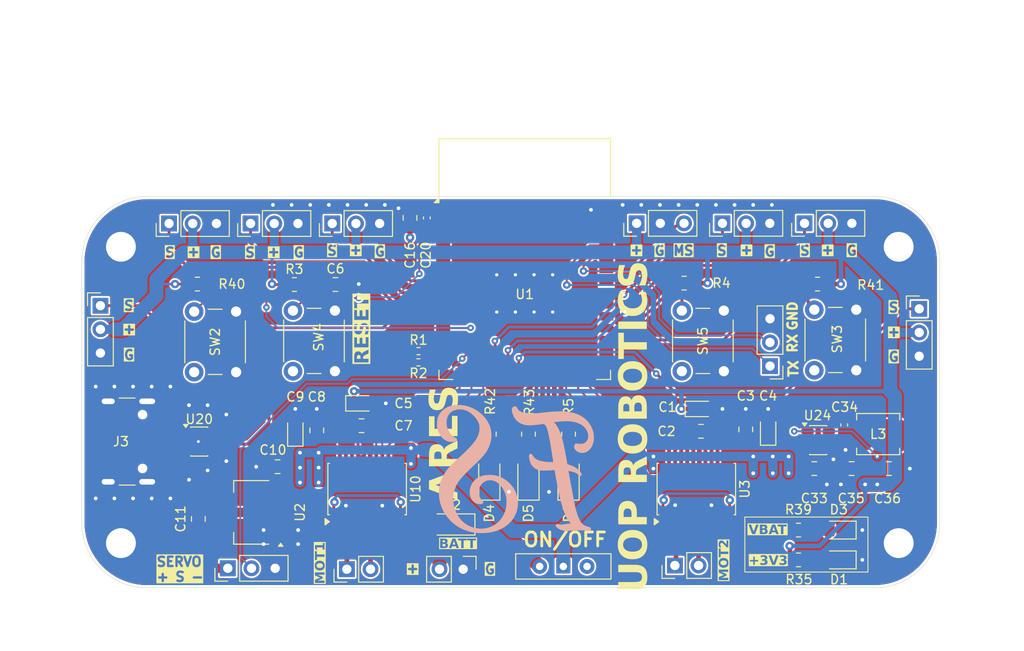
<source format=kicad_pcb>
(kicad_pcb (version 20241229) (generator "pcbnew") (generator_version "9.0")
  (layers (0 "F.Cu" signal) (4 "In1.Cu" signal) (6 "In2.Cu" signal) (2 "B.Cu" signal) (13 "F.Paste" user) (15 "B.Paste" user) (5 "F.SilkS" user "F.Silkscreen") (7 "B.SilkS" user "B.Silkscreen") (1 "F.Mask" user) (3 "B.Mask" user) (25 "Edge.Cuts" user))
  (net 0 "")
  (net 1 "GND")
  (net 2 "VBAT")
  (net 3 "+3.3V")
  (net 4 "Net-(U24-BST)")
  (net 5 "Net-(U24-SW)")
  (net 6 "Net-(D1-A)")
  (net 7 "Net-(D2-A)")
  (net 8 "Net-(D2-K)")
  (net 9 "Net-(D3-A)")
  (net 10 "Net-(D4-A)")
  (net 11 "Net-(D5-A)")
  (net 12 "/Motor_OUT_1-")
  (net 13 "/Motor_OUT_1+")
  (net 14 "/Motor_OUT_2-")
  (net 15 "/Motor_OUT_2+")
  (net 18 "/D-")
  (net 20 "/D+")
  (net 24 "BUTT_1")
  (net 25 "DEBUG_LED_1")
  (net 26 "DEBUG_LED_2")
  (net 27 "EDGE_SENSOR_L")
  (net 28 "PWM_2")
  (net 29 "/START_MODULE")
  (net 30 "EDGE_SENSOR_R")
  (net 31 "PWM_1")
  (net 32 "Net-(U1-USB_D-)")
  (net 33 "USB_D-")
  (net 34 "USB_D+")
  (net 35 "Net-(U1-USB_D+)")
  (net 38 "Motor_IN_1-")
  (net 39 "Motor_IN_1+")
  (net 40 "Motor_IN_2+")
  (net 41 "Motor_IN_2-")
  (net 43 "OP_SEN_LEFT")
  (net 44 "OP_SEN_RIGHT")
  (net 45 "OP_SEN_FRONT_CENTER")
  (net 46 "OP_SEN_FRONT_LEFT")
  (net 47 "OP_SEN_FRONT_RIGHT")
  (net 52 "Net-(J14-Pin_2)")
  (net 57 "Net-(J14-Pin_1)")
  (net 60 "/EN")
  (net 63 "+5V")
  (net 64 "/SERVO_PWM")
  (net 65 "BUTT_3")
  (net 66 "BUTT_2")
  (net 67 "Net-(D6-A)")
  (net 68 "DEBUG_LED_3")
  (footprint "Capacitor_Tantalum_SMD:CP_EIA-1608-08_AVX-J_HandSolder" (layer "F.Cu") (at 140.4 86.7 90)
    (property "Reference" "C9")
    (property "Value" "10u")
  )
  (footprint "Resistor_SMD:R_0805_2012Metric_Pad1.20x1.40mm_HandSolder" (layer "F.Cu") (at 169.7 87.1 90)
    (property "Reference" "R5")
    (property "Value" "40")
  )
  (footprint "Resistor_SMD:R_0805_2012Metric_Pad1.20x1.40mm_HandSolder" (layer "F.Cu") (at 129.9 71)
    (property "Reference" "R40")
    (property "Value" "5k1")
  )
  (footprint "Capacitor_Tantalum_SMD:CP_EIA-1608-08_AVX-J_HandSolder" (layer "F.Cu") (at 191.1 86.5975 90)
    (property "Reference" "C4")
    (property "Value" "10u")
  )
  (footprint "Resistor_SMD:R_0805_2012Metric_Pad1.20x1.40mm_HandSolder" (layer "F.Cu") (at 165.4 87.099999 90)
    (property "Reference" "R43")
    (property "Value" "240")
  )
  (footprint "Connector_PinHeader_2.54mm:PinHeader_1x03_P2.54mm_Vertical" (layer "F.Cu") (at 191.3 79.8 180)
    (property "Reference" "J14" (hide yes))
    (property "Value" "OP_SEN_FRONT_RIGHT")
  )
  (footprint "Connector_USB:USB_C_Receptacle_GCT_USB4105-xx-A_16P_TopMnt_Horizontal" (layer "F.Cu") (at 121.41 87.9 -90)
    (property "Reference" "J3")
    (property "Value" "USB_C_Receptacle_USB2.0_16P")
  )
  (footprint "Capacitor_SMD:C_0805_2012Metric" (layer "F.Cu") (at 188.7 86.5975 90)
    (property "Reference" "C3")
    (property "Value" "100n")
  )
  (footprint "Resistor_SMD:R_0805_2012Metric_Pad1.20x1.40mm_HandSolder" (layer "F.Cu") (at 196.4 71 180)
    (property "Reference" "R41")
    (property "Value" "5k1")
  )
  (footprint "Resistor_SMD:R_0805_2012Metric_Pad1.20x1.40mm_HandSolder" (layer "F.Cu") (at 182.1 70.9 180)
    (property "Reference" "R4")
    (property "Value" "5k1")
  )
  (footprint "Connector_PinHeader_2.54mm:PinHeader_1x02_P2.54mm_Vertical" (layer "F.Cu") (at 145.925 101.6 90)
    (property "Reference" "J2" (hide yes))
    (property "Value" "PINHD_1x2_Male")
  )
  (footprint "Resistor_SMD:R_0805_2012Metric" (layer "F.Cu") (at 194.350001 97.4 180)
    (property "Reference" "R39")
    (property "Value" "1K")
  )
  (footprint "LED_SMD:LED_1206_3216Metric" (layer "F.Cu") (at 165.4 91.899999 90)
    (property "Reference" "D5")
    (property "Value" "XL-3216SURC")
  )
  (footprint "Capacitor_Tantalum_SMD:CP_EIA-1608-08_AVX-J_HandSolder" (layer "F.Cu") (at 147.5 83.8)
    (property "Reference" "C5")
    (property "Value" "10u")
  )
  (footprint "Diode_SMD:D_1206_3216Metric_Pad1.42x1.75mm_HandSolder" (layer "F.Cu") (at 157.2 96.8 180)
    (property "Reference" "D2")
    (property "Value" "D")
  )
  (footprint "PCM_SL_Mechanical:MountingHole_3.2mm_Pad" (layer "F.Cu") (at 121.7 98.8)
    (property "Reference" "H3" (hide yes))
    (property "Value" "MountingHole_M3_3.2mm_Pad")
  )
  (footprint "Inductor_SMD:L_Sunlord_MWSA0402S" (layer "F.Cu") (at 202.9 87.1)
    (property "Reference" "L3")
    (property "Value" "4.7uH")
  )
  (footprint "Capacitor_SMD:C_0805_2012Metric" (layer "F.Cu") (at 130 96.2 -90)
    (property "Reference" "C11")
    (property "Value" "22u")
  )
  (footprint "Capacitor_SMD:C_0805_2012Metric_Pad1.18x1.45mm_HandSolder" (layer "F.Cu") (at 152.7 63.9 -90)
    (property "Reference" "C16")
    (property "Value" "10u")
  )
  (footprint "Connector_PinHeader_2.54mm:PinHeader_1x03_P2.54mm_Vertical" (layer "F.Cu") (at 126.859999 64.5 90)
    (property "Reference" "J6" (hide yes))
    (property "Value" "OP_SEN_LEFT")
  )
  (footprint "Connector_PinHeader_2.54mm:PinHeader_1x02_P2.54mm_Vertical" (layer "F.Cu") (at 158.4 101.6 -90)
    (property "Reference" "J4" (hide yes))
    (property "Value" "Conn_01x02_Socket")
  )
  (footprint "Capacitor_SMD:C_0805_2012Metric_Pad1.18x1.45mm_HandSolder" (layer "F.Cu") (at 144.7 71.05 180)
    (property "Reference" "C6")
    (property "Value" "100n")
  )
  (footprint "Connector_PinHeader_2.54mm:PinHeader_1x03_P2.54mm_Vertical" (layer "F.Cu") (at 144.36 64.5 90)
    (property "Reference" "J9" (hide yes))
    (property "Value" "OP_SEN_FRONT_CENTER")
  )
  (footprint "Connector_PinHeader_2.54mm:PinHeader_1x03_P2.54mm_Vertical" (layer "F.Cu") (at 135.599999 64.5 90)
    (property "Reference" "J10" (hide yes))
    (property "Value" "OP_SEN_FRONT_LEFT")
  )
  (footprint "Connector_PinHeader_2.54mm:PinHeader_1x03_P2.54mm_Vertical" (layer "F.Cu") (at 177 64.48 90)
    (property "Reference" "J12" (hide yes))
    (property "Value" "OP_SEN_FRONT_RIGHT")
  )
  (footprint "Capacitor_SMD:C_0402_1005Metric_Pad0.74x0.62mm_HandSolder" (layer "F.Cu") (at 199.262499 86.117498 90)
    (property "Reference" "C34")
    (property "Value" "100n")
  )
  (footprint "Package_SO:SSOP-24_5.3x8.2mm_P0.65mm" (layer "F.Cu") (at 148.1 93 90)
    (property "Reference" "U10")
    (property "Value" "TB6612FNG")
  )
  (footprint "Capacitor_SMD:C_0402_1005Metric" (layer "F.Cu") (at 154.5 63.9 -90)
    (property "Reference" "C20")
    (property "Value" "100n")
  )
  (footprint "Capacitor_SMD:C_0805_2012Metric" (layer "F.Cu") (at 142.7 86.7 90)
    (property "Reference" "C8")
    (property "Value" "100n")
  )
  (footprint "Package_TO_SOT_SMD:TSOT-23-6" (layer "F.Cu") (at 196.462499 87.749999)
    (property "Reference" "U24")
    (property "Value" "AP63203WU")
  )
  (footprint "Connector_PinHeader_2.54mm:PinHeader_1x02_P2.54mm_Vertical" (layer "F.Cu") (at 181.1 101.2 90)
    (property "Reference" "J1" (hide yes))
    (property "Value" "PINHD_1x2_Male")
  )
  (footprint "PCM_SL_Mechanical:MountingHole_3.2mm_Pad" (layer "F.Cu") (at 121.7 67)
    (property "Reference" "H4" (hide yes))
    (property "Value" "MountingHole_M3_3.2mm_Pad")
  )
  (footprint "Capacitor_SMD:C_0805_2012Metric" (layer "F.Cu") (at 138.5 90.6 180)
    (property "Reference" "C10")
    (property "Value" "22u")
  )
  (footprint "Resistor_SMD:R_0402_1005Metric_Pad0.72x0.64mm_HandSolder" (layer "F.Cu") (at 153.605 78.2 180)
    (property "Reference" "R1")
    (property "Value" "22")
  )
  (footprint "Button_Switch_THT:SW_Slide-03_Wuerth-WS-SLTV_10x2.5x6.4_P2.54mm" (layer "F.Cu") (at 169.14 101.3)
    (property "Reference" "SW1" (hide yes))
    (property "Value" "SW_SPDT")
  )
  (footprint "Resistor_SMD:R_0805_2012Metric" (layer "F.Cu") (at 194.350001 100.6 180)
    (property "Reference" "R35")
    (property "Value" "200")
  )
  (footprint "Capacitor_SMD:C_0805_2012Metric" (layer "F.Cu") (at 147.5 86.2)
    (property "Reference" "C7")
    (property "Value" "100n")
  )
  (footprint "Connector_PinHeader_2.54mm:PinHeader_1x03_P2.54mm_Vertical" (layer "F.Cu") (at 207.3 73.66)
    (property "Reference" "J7" (hide yes))
    (property "Value" "EDGE_BORDER_SENSOR_RIGHT")
  )
  (footprint "Capacitor_Tantalum_SMD:CP_EIA-1608-08_AVX-J_HandSolder" (layer "F.Cu") (at 183.9 84.4)
    (property "Reference" "C1")
    (property "Value" "10u")
  )
  (footprint "Resistor_SMD:R_0402_1005Metric_Pad0.72x0.64mm_HandSolder" (layer "F.Cu") (at 153.6025 79.4 180)
    (property "Reference" "R2")
    (property "Value" "22")
  )
  (footprint "Resistor_SMD:R_0805_2012Metric_Pad1.20x1.40mm_HandSolder" (layer "F.Cu") (at 161.2 87.099999 90)
    (property "Reference" "R42")
    (property "Value" "40")
  )
  (footprint "Capacitor_SMD:C_0805_2012Metric" (layer "F.Cu") (at 200.049999 90.8 180)
    (property "Reference" "C35")
    (property "Value" "22u")
  )
  (footprint "Button_Switch_THT:SW_PUSH_6mm_H13mm" (layer "F.Cu") (at 200.55 73.75 -90)
    (property "Reference" "SW3")
    (property "Value" "SW_Push")
  )
  (footprint "Capacitor_SMD:C_0805_2012Metric" (layer "F.Cu") (at 204.049999 90.8)
    (property "Reference" "C36")
    (property "Value" "22u")
  )
  (footprint "PCM_SL_Mechanical:MountingHole_3.2mm_Pad" (layer "F.Cu") (at 205.1 98.8)
    (property "Reference" "H1" (hide yes))
    (property "Value" "MountingHole_M3_3.2mm_Pad")
  )
  (footprint "Package_SO:SSOP-24_5.3x8.2mm_P0.65mm" (layer "F.Cu") (at 183.4 93 90)
    (property "Reference" "U3")
    (property "Value" "TB6612FNG")
  )
  (footprint "Package_TO_SOT_SMD:SOT-223-3_TabPin2" (layer "F.Cu") (at 135.7 95.5 180)
    (property "Reference" "U2")
    (property "Value" "AMS1117-5.0")
  )
  (footprint "Connector_PinHeader_2.54mm:PinHeader_1x03_P2.54mm_Vertical" (layer "F.Cu") (at 133.16 101.5 90)
    (property "Reference" "J13" (hide yes))
    (property "Value" "OP_SEN_FRONT_CENTER")
  )
  (footprint "LED_SMD:LED_1206_3216Metric" (layer "F.Cu") (at 169.7 91.9 90)
    (property "Reference" "D6")
    (property "Value" "XL-3216UYC")
  )
  (footprint "Button_Switch_THT:SW_PUSH_6mm_H13mm" (layer "F.Cu") (at 134.05 73.95 -90)
    (property "Reference" "SW2")
    (property "Value" "SW_Push")
  )
  (footprint "LED_SMD:LED_1206_3216Metric" (layer "F.Cu") (at 161.2 91.9 90)
    (property "Reference" "D4")
    (property "Value" "XL-3216UGC")
  )
  (footprint "RF_Module:ESP32-S3-WROOM-1" (layer "F.Cu") (at 165 68.29)
    (property "Reference" "U1")
    (property "Value" "ESP32-S3-WROOM-1")
  )
  (footprint "Capacitor_SMD:C_0805_2012Metric" (layer "F.Cu") (at 196.05 90.8)
    (property "Reference" "C33")
    (property "Value" "10u")
  )
  (footprint "Button_Switch_THT:SW_PUSH_6mm_H13mm" (layer "F.Cu") (at 144.65 73.85 -90)
    (property "Reference" "SW4")
    (property "Value" "RESET")
  )
  (footprint "Package_TO_SOT_SMD:SOT-23-6" (layer "F.Cu") (at 130.1 87.9)
    (property "Reference" "U20")
    (property "Value" "USBLC6-2SC6")
  )
  (footprint "Button_Switch_THT:SW_PUSH_6mm_H13mm" (layer "F.Cu") (at 186.35 73.85 -90)
    (property "Reference" "SW5")
    (property "Value" "SW_Push")
  )
  (footprint "LED_SMD:LED_0805_2012Metric_Pad1.15x1.40mm_HandSolder" (layer "F.Cu") (at 198.675001 97.4 180)
    (property "Reference" "D3")
    (property "Value" "XL-2012UWC-A")
  )
  (footprint "PCM_SL_Mechanical:MountingHole_3.2mm_Pad" (layer "F.Cu") (at 205.1 67)
    (property "Reference" "H2" (hide yes))
    (property "Value" "MountingHole_M3_3.2mm_Pad")
  )
  (footprint "Resistor_SMD:R_0805_2012Metric_Pad1.20x1.40mm_HandSolder" (layer "F.Cu") (at 140.3 71.05)
    (property "Reference" "R3")
    (property "Value" "5k1")
  )
  (footprint "Connector_PinHeader_2.54mm:PinHeader_1x03_P2.54mm_Vertical" (layer "F.Cu") (at 119.5 73.32)
    (property "Reference" "J5" (hide yes))
    (property "Value" "EDGE_BORDER_SENSOR_LEFT")
  )
  (footprint "Connector_PinHeader_2.54mm:PinHeader_1x03_P2.54mm_Vertical" (layer "F.Cu") (at 195 64.48 90)
    (property "Reference" "J8" (hide yes))
    (property "Value" "OP_SEN_RIGHT")
  )
  (footprint "LED_SMD:LED_0805_2012Metric_Pad1.15x1.40mm_HandSolder" (layer "F.Cu") (at 198.675001 100.6 180)
    (property "Reference" "D1")
    (property "Value" "XL-2012UWC-A")
  )
  (footprint "Capacitor_SMD:C_0805_2012Metric" (layer "F.Cu") (at 183.9 86.8)
    (property "Reference" "C2")
    (property "Value" "100n")
  )
  (footprint "Connector_PinHeader_2.54mm:PinHeader_1x03_P2.54mm_Vertical" (layer "F.Cu") (at 186.2 64.48 90)
    (property "Reference" "J11" (hide yes))
    (property "Value" "OP_SEN_FRONT_RIGHT")
  )
  (gr_rect (start 188.6 96) (end 201.8 101.9) (stroke (width 0.1)) (fill no) (layer "F.SilkS"))
  (gr_poly (pts (xy 157.785371 83.97411) (xy 157.644921 83.979598) (xy 157.511417 83.989076) (xy 157.389984 84.002481) (xy 157.335397 84.010636) (xy 157.28575 84.019751) (xy 157.140872 84.052644) (xy 157.000761 84.092976) (xy 156.865678 84.140538) (xy 156.735885 84.19512) (xy 156.611641 84.256513) (xy 156.493209 84.324507) (xy 156.380848 84.398894) (xy 156.274821 84.479464) (xy 156.175387 84.566008) (xy 156.082809 84.658316) (xy 155.997346 84.75618) (xy 155.919259 84.859389) (xy 155.883064 84.912933) (xy 155.848811 84.967735) (xy 155.816533 85.023769) (xy 155.786261 85.081009) (xy 155.75803 85.139428) (xy 155.731872 85.199) (xy 155.707818 85.2597) (xy 155.685902 85.321501) (xy 155.674249 85.357929) (xy 155.663123 85.396301) (xy 155.642577 85.478046) (xy 155.624511 85.565083) (xy 155.609173 85.655758) (xy 155.596812 85.748417) (xy 155.587676 85.841407) (xy 155.582012 85.933074) (xy 155.580069 86.021765) (xy 155.581479 86.105) (xy 155.585999 86.187624) (xy 155.593563 86.269541) (xy 155.604109 86.350658) (xy 155.617571 86.43088) (xy 155.633887 86.510111) (xy 155.652992 86.588258) (xy 155.674823 86.665226) (xy 155.699315 86.74092) (xy 155.726404 86.815246) (xy 155.756026 86.888108) (xy 155.788118 86.959413) (xy 155.822616 87.029066) (xy 155.859455 87.096971) (xy 155.898572 87.163035) (xy 155.939903 87.227163) (xy 155.983383 87.289259) (xy 156.028949 87.34923) (xy 156.076537 87.406982) (xy 156.126083 87.462418) (xy 156.177522 87.515445) (xy 156.230792 87.565967) (xy 156.285828 87.613892) (xy 156.342566 87.659122) (xy 156.400942 87.701565) (xy 156.460892 87.741126) (xy 156.522352 87.777709) (xy 156.585259 87.81122) (xy 156.649548 87.841565) (xy 156.715156 87.868648) (xy 156.782018 87.892376) (xy 156.85007 87.912654) (xy 156.884314 87.920966) (xy 156.92129 87.92805) (xy 156.960586 87.93392) (xy 157.001791 87.938588) (xy 157.044495 87.942068) (xy 157.088287 87.944372) (xy 157.132755 87.945514) (xy 157.17749 87.945506) (xy 157.222081 87.944361) (xy 157.266116 87.942092) (xy 157.309184 87.938712) (xy 157.350875 87.934233) (xy 157.390779 87.92867) (xy 157.428483 87.922034) (xy 157.463578 87.914339) (xy 157.495653 87.905598) (xy 157.524759 87.895838) (xy 157.551894 87.88573) (xy 157.577071 87.875255) (xy 157.600301 87.864395) (xy 157.611191 87.858814) (xy 157.621599 87.853131) (xy 157.631528 87.847343) (xy 157.640978 87.841447) (xy 157.649951 87.835441) (xy 157.658449 87.829323) (xy 157.666474 87.823091) (xy 157.674027 87.816742) (xy 157.681109 87.810275) (xy 157.687723 87.803686) (xy 157.69387 87.796974) (xy 157.699551 87.790136) (xy 157.704769 87.78317) (xy 157.709524 87.776074) (xy 157.713819 87.768846) (xy 157.717655 87.761483) (xy 157.721034 87.753983) (xy 157.723957 87.746344) (xy 157.726425 87.738563) (xy 157.728442 87.730639) (xy 157.730007 87.722569) (xy 157.731123 87.71435) (xy 157.731792 87.705981) (xy 157.732014 87.697459) (xy 157.731913 87.69075) (xy 157.731618 87.683886) (xy 157.731142 87.676918) (xy 157.730498 87.669899) (xy 157.7297 87.662879) (xy 157.728759 87.655911) (xy 157.727688 87.649047) (xy 157.726502 87.642338) (xy 157.725212 87.635835) (xy 157.723832 87.629591) (xy 157.722374 87.623657) (xy 157.720852 87.618084) (xy 157.719278 87.612925) (xy 157.717665 87.608231) (xy 157.716027 87.604054) (xy 157.714375 87.600446) (xy 157.711518 87.596403) (xy 157.706978 87.591591) (xy 157.700853 87.586066) (xy 157.693236 87.579885) (xy 157.673912 87.565781) (xy 157.649773 87.549733) (xy 157.621581 87.532198) (xy 157.590104 87.513629) (xy 157.556104 87.494481) (xy 157.520347 87.475209) (xy 157.464405 87.445125) (xy 157.410318 87.413049) (xy 157.358039 87.378932) (xy 157.307523 87.342724) (xy 157.258722 87.304377) (xy 157.211591 87.263842) (xy 157.166082 87.221069) (xy 157.122149 87.176009) (xy 157.079746 87.128614) (xy 157.038826 87.078834) (xy 156.999343 87.026619) (xy 156.96125 86.971922) (xy 156.9245 86.914693) (xy 156.889047 86.854882) (xy 156.854845 86.792441) (xy 156.821847 86.72732) (xy 156.797964 86.677052) (xy 156.775886 86.627953) (xy 156.75556 86.57979) (xy 156.736932 86.532328) (xy 156.719947 86.48533) (xy 156.704552 86.438563) (xy 156.690691 86.39179) (xy 156.67831 86.344777) (xy 156.667356 86.297288) (xy 156.657774 86.249089) (xy 156.64951 86.199944) (xy 156.642509 86.149619) (xy 156.636717 86.097877) (xy 156.632081 86.044485) (xy 156.628545 85.989206) (xy 156.626056 85.931806) (xy 156.624489 85.881707) (xy 156.623778 85.8338) (xy 156.623951 85.787877) (xy 156.625036 85.743731) (xy 156.627061 85.701157) (xy 156.630055 85.659947) (xy 156.634047 85.619894) (xy 156.639064 85.580792) (xy 156.645135 85.542435) (xy 156.65229 85.504615) (xy 156.660555 85.467125) (xy 156.669959 85.42976) (xy 156.680532 85.392311) (xy 156.692301 85.354574) (xy 156.705295 85.31634) (xy 156.719542 85.277404) (xy 156.749279 85.204773) (xy 156.7829 85.135069) (xy 156.820361 85.068327) (xy 156.861617 85.004579) (xy 156.906625 84.94386) (xy 156.955341 84.886203) (xy 157.00772 84.83164) (xy 157.06372 84.780207) (xy 157.123296 84.731937) (xy 157.186403 84.686862) (xy 157.252999 84.645018) (xy 157.323039 84.606437) (xy 157.396479 84.571152) (xy 157.473276 84.539199) (xy 157.553385 84.510609) (xy 157.636763 84.485417) (xy 157.66625 84.478435) (xy 157.70068 84.472057) (xy 157.739373 84.46631) (xy 157.78165 84.461219) (xy 157.874237 84.453109) (xy 157.973005 84.447935) (xy 158.072516 84.445902) (xy 158.167335 84.447218) (xy 158.211286 84.449197) (xy 158.252026 84.45209) (xy 158.288874 84.455923) (xy 158.321152 84.460723) (xy 158.397281 84.475875) (xy 158.472871 84.494209) (xy 158.547918 84.515727) (xy 158.622419 84.540429) (xy 158.696373 84.568313) (xy 158.769777 84.599381) (xy 158.842627 84.633632) (xy 158.914922 84.671067) (xy 158.986659 84.711684) (xy 159.057835 84.755485) (xy 159.128448 84.802469) (xy 159.198495 84.852637) (xy 159.267973 84.905987) (xy 159.336881 84.962521) (xy 159.405214 85.022239) (xy 159.472972 85.085139) (xy 159.532539 85.143547) (xy 159.589513 85.202328) (xy 159.643861 85.261439) (xy 159.695553 85.320839) (xy 159.744557 85.380488) (xy 159.790844 85.440343) (xy 159.834381 85.500363) (xy 159.875138 85.560508) (xy 159.913084 85.620735) (xy 159.948188 85.681003) (xy 159.980419 85.741272) (xy 160.009745 85.801499) (xy 160.036136 85.861643) (xy 160.059561 85.921664) (xy 160.079989 85.981519) (xy 160.097388 86.041167) (xy 160.107721 86.083957) (xy 160.116881 86.129403) (xy 160.124852 86.177144) (xy 160.131619 86.226817) (xy 160.137166 86.278061) (xy 160.141479 86.330514) (xy 160.144541 86.383815) (xy 160.146336 86.437601) (xy 160.146851 86.491512) (xy 160.146068 86.545185) (xy 160.143972 86.598258) (xy 160.140549 86.65037) (xy 160.135782 86.70116) (xy 160.129656 86.750264) (xy 160.122155 86.797323) (xy 160.113264 86.841973) (xy 160.09387 86.926397) (xy 160.071968 87.009198) (xy 160.047404 87.090656) (xy 160.020026 87.171049) (xy 159.989682 87.250656) (xy 159.956219 87.329757) (xy 159.919485 87.408631) (xy 159.879328 87.487556) (xy 159.835595 87.566813) (xy 159.788133 87.646678) (xy 159.73679 87.727433) (xy 159.681414 87.809356) (xy 159.621853 87.892725) (xy 159.557953 87.977821) (xy 159.489562 88.064921) (xy 159.416528 88.154306) (xy 159.317127 88.269314) (xy 159.194471 88.40431) (xy 159.053915 88.553817) (xy 158.900811 88.712357) (xy 158.740514 88.874452) (xy 158.578378 89.034625) (xy 158.419755 89.187397) (xy 158.27 89.327292) (xy 157.87062 89.69569) (xy 157.54121 90.005342) (xy 157.399443 90.14164) (xy 157.271208 90.267452) (xy 157.155184 90.38418) (xy 157.05005 90.493223) (xy 156.954487 90.595983) (xy 156.867174 90.693859) (xy 156.786791 90.788252) (xy 156.712017 90.880562) (xy 156.641532 90.97219) (xy 156.574017 91.064537) (xy 156.508149 91.159002) (xy 156.44261 91.256987) (xy 156.384403 91.348494) (xy 156.32885 91.441106) (xy 156.275958 91.534815) (xy 156.225735 91.629608) (xy 156.178189 91.725477) (xy 156.133327 91.82241) (xy 156.091158 91.920397) (xy 156.051689 92.019428) (xy 156.014928 92.119493) (xy 155.980882 92.22058) (xy 155.949559 92.322681) (xy 155.920968 92.425784) (xy 155.895115 92.529879) (xy 155.872009 92.634957) (xy 155.851658 92.741005) (xy 155.834068 92.848015) (xy 155.826317 92.905232) (xy 155.819599 92.968487) (xy 155.809264 93.109649) (xy 155.803063 93.264579) (xy 155.800996 93.42635) (xy 155.803063 93.588039) (xy 155.809264 93.74272) (xy 155.819599 93.883469) (xy 155.826317 93.946455) (xy 155.834068 94.003362) (xy 155.860821 94.162683) (xy 155.892815 94.319229) (xy 155.930079 94.473077) (xy 155.972645 94.624306) (xy 156.020544 94.772992) (xy 156.073807 94.919213) (xy 156.132465 95.063047) (xy 156.196549 95.20457) (xy 156.26609 95.343861) (xy 156.341119 95.480998) (xy 156.421667 95.616057) (xy 156.507765 95.749116) (xy 156.599444 95.880252) (xy 156.696735 96.009544) (xy 156.799669 96.137069) (xy 156.908278 96.262903) (xy 157.006537 96.369037) (xy 157.109957 96.472344) (xy 157.218239 96.572644) (xy 157.331087 96.669755) (xy 157.448204 96.763497) (xy 157.569292 96.853689) (xy 157.694053 96.94015) (xy 157.822192 97.022699) (xy 157.953411 97.101155) (xy 158.087413 97.175337) (xy 158.2239 97.245065) (xy 158.362576 97.310158) (xy 158.503143 97.370434) (xy 158.645304 97.425713) (xy 158.788763 97.475815) (xy 158.933221 97.520557) (xy 159.143255 97.576801) (xy 159.35209 97.62391) (xy 159.560843 97.662006) (xy 159.770628 97.691213) (xy 159.982564 97.711656) (xy 160.197765 97.723459) (xy 160.417349 97.726746) (xy 160.642431 97.72164) (xy 160.81217 97.712224) (xy 160.97996 97.697245) (xy 161.145632 97.676763) (xy 161.309015 97.650836) (xy 161.469938 97.619525) (xy 161.628231 97.582889) (xy 161.783722 97.540987) (xy 161.936243 97.493878) (xy 162.085621 97.441622) (xy 162.231687 97.384279) (xy 162.37427 97.321908) (xy 162.5132 97.254568) (xy 162.648305 97.182319) (xy 162.779416 97.10522) (xy 162.906362 97.02333) (xy 163.028972 96.93671) (xy 163.07218 96.903694) (xy 163.116915 96.867711) (xy 163.162844 96.829104) (xy 163.209633 96.788212) (xy 163.304459 96.700941) (xy 163.398727 96.608626) (xy 163.489771 96.513996) (xy 163.574923 96.41978) (xy 163.614457 96.373679) (xy 163.651518 96.328705) (xy 163.685773 96.285199) (xy 163.716889 96.243502) (xy 163.743111 96.205401) (xy 163.770643 96.162931) (xy 163.828427 96.067251) (xy 163.887824 95.961193) (xy 163.946415 95.849493) (xy 164.001781 95.736883) (xy 164.051504 95.628097) (xy 164.093166 95.527869) (xy 164.110218 95.482443) (xy 164.124348 95.440932) (xy 164.167614 95.294759) (xy 164.203495 95.148061) (xy 164.232008 95.001017) (xy 164.253167 94.853805) (xy 164.266987 94.706603) (xy 164.273486 94.55959) (xy 164.272677 94.412944) (xy 164.264577 94.266843) (xy 164.2492 94.121466) (xy 164.226563 93.97699) (xy 164.196681 93.833594) (xy 164.15957 93.691457) (xy 164.115244 93.550756) (xy 164.06372 93.41167) (xy 164.005013 93.274378) (xy 163.939139 93.139057) (xy 163.841288 92.963993) (xy 163.733287 92.796876) (xy 163.615655 92.638049) (xy 163.488906 92.487851) (xy 163.353559 92.346625) (xy 163.210129 92.21471) (xy 163.059134 92.092449) (xy 162.90109 91.980182) (xy 162.736514 91.87825) (xy 162.565924 91.786994) (xy 162.389835 91.706756) (xy 162.208764 91.637877) (xy 162.023228 91.580697) (xy 161.833745 91.535557) (xy 161.64083 91.5028) (xy 161.445 91.482765) (xy 161.347084 91.478362) (xy 161.24309 91.476976) (xy 161.135872 91.478485) (xy 161.028281 91.482764) (xy 160.923171 91.489689) (xy 160.823395 91.499135) (xy 160.731803 91.51098) (xy 160.65125 91.525098) (xy 160.508179 91.559053) (xy 160.370795 91.600615) (xy 160.239287 91.649618) (xy 160.113843 91.705897) (xy 159.994651 91.769286) (xy 159.881901 91.839622) (xy 159.775782 91.916737) (xy 159.67648 92.000466) (xy 159.584187 92.090645) (xy 159.499089 92.187108) (xy 159.421376 92.289689) (xy 159.385347 92.343222) (xy 159.351236 92.398223) (xy 159.319065 92.454671) (xy 159.288857 92.512545) (xy 159.23443 92.63249) (xy 159.188141 92.757891) (xy 159.15018 92.888584) (xy 159.131861 92.968194) (xy 159.117238 93.048134) (xy 159.106283 93.128198) (xy 159.098972 93.208179) (xy 159.095278 93.287871) (xy 159.095176 93.367067) (xy 159.098639 93.44556) (xy 159.105642 93.523143) (xy 159.116159 93.59961) (xy 159.130164 93.674755) (xy 159.147632 93.74837) (xy 159.168536 93.820248) (xy 159.192851 93.890183) (xy 159.22055 93.957969) (xy 159.251608 94.023398) (xy 159.286 94.086264) (xy 159.304382 94.115686) (xy 159.324995 94.145606) (xy 159.347628 94.175821) (xy 159.372072 94.206127) (xy 159.398118 94.236318) (xy 159.425557 94.266192) (xy 159.454179 94.295544) (xy 159.483776 94.324169) (xy 159.514137 94.351865) (xy 159.545054 94.378426) (xy 159.576317 94.403649) (xy 159.607717 94.427329) (xy 159.639044 94.449263) (xy 159.67009 94.469246) (xy 159.700645 94.487074) (xy 159.7305 94.502542) (xy 159.764076 94.518625) (xy 159.797943 94.533475) (xy 159.832019 94.547097) (xy 159.866223 94.5595) (xy 159.900473 94.57069) (xy 159.934689 94.580673) (xy 159.968788 94.589457) (xy 160.00269 94.597048) (xy 160.036313 94.603454) (xy 160.069575 94.60868) (xy 160.102395 94.612733) (xy 160.134692 94.615621) (xy 160.166385 94.61735) (xy 160.197391 94.617927) (xy 160.22763 94.617359) (xy 160.257021 94.615652) (xy 160.285481 94.612813) (xy 160.312929 94.60885) (xy 160.339285 94.603768) (xy 160.364466 94.597575) (xy 160.388392 94.590278) (xy 160.41098 94.581883) (xy 160.43215 94.572396) (xy 160.45182 94.561826) (xy 160.469909 94.550178) (xy 160.486335 94.537459) (xy 160.501017 94.523676) (xy 160.513873 94.508836) (xy 160.524823 94.492946) (xy 160.533784 94.476013) (xy 160.540676 94.458043) (xy 160.545417 94.439042) (xy 160.547857 94.423175) (xy 160.549144 94.407847) (xy 160.549161 94.392855) (xy 160.547787 94.377995) (xy 160.544904 94.363063) (xy 160.540394 94.347854) (xy 160.534136 94.332165) (xy 160.526014 94.31579) (xy 160.515907 94.298527) (xy 160.503696 94.280172) (xy 160.489264 94.260519) (xy 160.472491 94.239365) (xy 160.453258 94.216505) (xy 160.431446 94.191736) (xy 160.406937 94.164854) (xy 160.379611 94.135654) (xy 160.33971 94.091859) (xy 160.302661 94.047728) (xy 160.268424 94.003173) (xy 160.236956 93.958107) (xy 160.208217 93.912442) (xy 160.182166 93.866089) (xy 160.15876 93.818961) (xy 160.137958 93.77097) (xy 160.11972 93.722028) (xy 160.104003 93.672047) (xy 160.090767 93.62094) (xy 160.07997 93.568618) (xy 160.071571 93.514994) (xy 160.065529 93.459981) (xy 160.061801 93.403489) (xy 160.060348 93.345431) (xy 160.061205 93.291917) (xy 160.064088 93.238894) (xy 160.068963 93.186407) (xy 160.075799 93.134502) (xy 160.084563 93.083224) (xy 160.095225 93.032621) (xy 160.107752 92.982737) (xy 160.122111 92.933618) (xy 160.138271 92.885311) (xy 160.156201 92.837861) (xy 160.175867 92.791314) (xy 160.197238 92.745716) (xy 160.220282 92.701112) (xy 160.244968 92.65755) (xy 160.271262 92.615073) (xy 160.299134 92.57373) (xy 160.32855 92.533564) (xy 160.35948 92.494623) (xy 160.391891 92.456951) (xy 160.425751 92.420595) (xy 160.461029 92.385601) (xy 160.497691 92.352015) (xy 160.535707 92.319881) (xy 160.575045 92.289248) (xy 160.615671 92.260159) (xy 160.657555 92.232661) (xy 160.700664 92.2068) (xy 160.744967 92.182622) (xy 160.790431 92.160172) (xy 160.837025 92.139497) (xy 160.884716 92.120642) (xy 160.933472 92.103653) (xy 160.972654 92.092182) (xy 161.013347 92.082242) (xy 161.055368 92.073837) (xy 161.098533 92.06697) (xy 161.14266 92.061642) (xy 161.187565 92.057857) (xy 161.233064 92.055618) (xy 161.278974 92.054926) (xy 161.325111 92.055784) (xy 161.371292 92.058195) (xy 161.417334 92.062162) (xy 161.463052 92.067687) (xy 161.508264 92.074772) (xy 161.552787 92.083421) (xy 161.596436 92.093635) (xy 161.639028 92.105418) (xy 161.676481 92.117231) (xy 161.71285 92.129558) (xy 161.748246 92.142458) (xy 161.782785 92.155992) (xy 161.81658 92.170218) (xy 161.849744 92.185196) (xy 161.882391 92.200985) (xy 161.914635 92.217645) (xy 161.94659 92.235236) (xy 161.97837 92.253815) (xy 162.010087 92.273444) (xy 162.041856 92.294182) (xy 162.07379 92.316087) (xy 162.106003 92.339219) (xy 162.13861 92.363638) (xy 162.171722 92.389404) (xy 162.253747 92.458499) (xy 162.332987 92.533877) (xy 162.409219 92.615127) (xy 162.482221 92.701833) (xy 162.551772 92.793582) (xy 162.617648 92.889962) (xy 162.679628 92.990559) (xy 162.737489 93.094959) (xy 162.791009 93.20275) (xy 162.839967 93.313516) (xy 162.884139 93.426846) (xy 162.923304 93.542326) (xy 162.957239 93.659542) (xy 162.985722 93.77808) (xy 163.008531 93.897529) (xy 163.025444 94.017473) (xy 163.030203 94.065795) (xy 163.033912 94.120196) (xy 163.038288 94.24361) (xy 163.038777 94.380459) (xy 163.035587 94.523489) (xy 163.028924 94.665444) (xy 163.018995 94.799069) (xy 163.006007 94.917107) (xy 162.99843 94.968015) (xy 162.990166 95.012305) (xy 162.953274 95.171331) (xy 162.908845 95.326144) (xy 162.857031 95.476538) (xy 162.797985 95.622309) (xy 162.73186 95.763254) (xy 162.658807 95.899167) (xy 162.578979 96.029847) (xy 162.492529 96.155087) (xy 162.39961 96.274684) (xy 162.300372 96.388433) (xy 162.19497 96.496132) (xy 162.083555 96.597575) (xy 161.96628 96.692558) (xy 161.843298 96.780878) (xy 161.71476 96.86233) (xy 161.58082 96.93671) (xy 161.406651 97.019274) (xy 161.229099 97.089055) (xy 161.04867 97.146088) (xy 160.865866 97.190406) (xy 160.681191 97.222043) (xy 160.495149 97.241032) (xy 160.308244 97.247406) (xy 160.120981 97.2412) (xy 159.933862 97.222447) (xy 159.747391 97.191181) (xy 159.562073 97.147434) (xy 159.378411 97.091242) (xy 159.196909 97.022637) (xy 159.018071 96.941652) (xy 158.842401 96.848322) (xy 158.670402 96.742681) (xy 158.596069 96.69083) (xy 158.521474 96.633468) (xy 158.446978 96.571036) (xy 158.372939 96.503977) (xy 158.299716 96.432732) (xy 158.22767 96.357743) (xy 158.157158 96.279452) (xy 158.088539 96.198301) (xy 158.022174 96.114731) (xy 157.958421 96.029185) (xy 157.89764 95.942103) (xy 157.840189 95.853929) (xy 157.786428 95.765104) (xy 157.736716 95.676069) (xy 157.691411 95.587267) (xy 157.650874 95.49914) (xy 157.564097 95.283393) (xy 157.490946 95.06822) (xy 157.431407 94.853822) (xy 157.385464 94.640401) (xy 157.353102 94.428159) (xy 157.334305 94.217295) (xy 157.329057 94.008014) (xy 157.337343 93.800515) (xy 157.359148 93.595) (xy 157.394456 93.391672) (xy 157.443252 93.19073) (xy 157.505519 92.992378) (xy 157.581244 92.796817) (xy 157.670409 92.604247) (xy 157.772999 92.414871) (xy 157.889 92.228891) (xy 157.994389 92.079804) (xy 158.118939 91.920568) (xy 158.26693 91.746656) (xy 158.44264 91.553541) (xy 158.650349 91.336697) (xy 158.894334 91.091595) (xy 159.178875 90.81371) (xy 159.50825 90.498515) (xy 159.793287 90.226194) (xy 160.031381 89.994098) (xy 160.229663 89.794496) (xy 160.316104 89.704464) (xy 160.395266 89.619657) (xy 160.46804 89.539108) (xy 160.535319 89.461851) (xy 160.597994 89.386919) (xy 160.656955 89.313347) (xy 160.713095 89.240167) (xy 160.767305 89.166413) (xy 160.820476 89.09112) (xy 160.8735 89.01332) (xy 160.967828 88.86479) (xy 161.053647 88.712508) (xy 161.130883 88.556898) (xy 161.199461 88.398384) (xy 161.259305 88.23739) (xy 161.310341 88.074339) (xy 161.352494 87.909654) (xy 161.385689 87.743761) (xy 161.409851 87.577082) (xy 161.424904 87.410041) (xy 161.430775 87.243063) (xy 161.427388 87.07657) (xy 161.414668 86.910987) (xy 161.392541 86.746737) (xy 161.360931 86.584244) (xy 161.319763 86.423931) (xy 161.283602 86.30805) (xy 161.242348 86.193643) (xy 161.145107 85.969692) (xy 161.029134 85.752961) (xy 160.895521 85.54433) (xy 160.745361 85.34468) (xy 160.579747 85.154893) (xy 160.399772 84.975849) (xy 160.206529 84.80843) (xy 160.001112 84.653516) (xy 159.784612 84.51199) (xy 159.558123 84.384731) (xy 159.322739 84.272621) (xy 159.079551 84.176541) (xy 158.829653 84.097372) (xy 158.574137 84.035996) (xy 158.314097 83.993293) (xy 158.19713 83.982203) (xy 158.066602 83.975351) (xy 157.92764 83.972674)) (fill yes) (layer "B.SilkS"))
  (gr_poly (pts (xy 163.943509 84.112372) (xy 163.93166 84.112969) (xy 163.919805 84.114064) (xy 163.907955 84.115655) (xy 163.896122 84.11774) (xy 163.884317 84.120315) (xy 163.872552 84.123379) (xy 163.849189 84.130962) (xy 163.826126 84.140467) (xy 163.803455 84.151874) (xy 163.781271 84.165161) (xy 163.759665 84.180309) (xy 163.738731 84.197297) (xy 163.718561 84.216104) (xy 163.69925 84.236709) (xy 163.679921 84.260274) (xy 163.662939 84.284176) (xy 163.648292 84.308666) (xy 163.635971 84.333998) (xy 163.625964 84.360427) (xy 163.618263 84.388204) (xy 163.612856 84.417583) (xy 163.609733 84.448817) (xy 163.608884 84.482159) (xy 163.610298 84.517864) (xy 163.613965 84.556183) (xy 163.619875 84.59737) (xy 163.628018 84.641678) (xy 163.638382 84.689361) (xy 163.650959 84.740671) (xy 163.665736 84.795862) (xy 163.69747 84.901954) (xy 163.73192 85.002737) (xy 163.769238 85.098398) (xy 163.809576 85.189126) (xy 163.853087 85.275111) (xy 163.899924 85.356541) (xy 163.950238 85.433604) (xy 164.004182 85.506489) (xy 164.06191 85.575384) (xy 164.123572 85.640479) (xy 164.189322 85.701961) (xy 164.259312 85.76002) (xy 164.333695 85.814844) (xy 164.412622 85.866622) (xy 164.496247 85.915542) (xy 164.584722 85.961792) (xy 164.646874 85.991023) (xy 164.710361 86.017872) (xy 164.77528 86.042353) (xy 164.841726 86.064484) (xy 164.909795 86.084279) (xy 164.979582 86.101753) (xy 165.051183 86.116923) (xy 165.124693 86.129803) (xy 165.200208 86.14041) (xy 165.277824 86.148758) (xy 165.357636 86.154864) (xy 165.43974 86.158742) (xy 165.524231 86.160408) (xy 165.611206 86.159879) (xy 165.700759 86.157168) (xy 165.792986 86.152292) (xy 165.9083 86.143352) (xy 166.064625 86.128397) (xy 166.43416 86.088131) (xy 166.769299 86.046872) (xy 166.882629 86.030677) (xy 166.93775 86.02) (xy 166.942258 86.018697) (xy 166.947167 86.017756) (xy 166.9581 86.016928) (xy 166.970372 86.017443) (xy 166.983804 86.019229) (xy 166.998218 86.022214) (xy 167.013435 86.026326) (xy 167.029278 86.031492) (xy 167.045568 86.03764) (xy 167.062126 86.044697) (xy 167.078775 86.052592) (xy 167.095336 86.061251) (xy 167.111631 86.070603) (xy 167.127481 86.080575) (xy 167.142709 86.091094) (xy 167.157136 86.102089) (xy 167.170584 86.113487) (xy 167.203399 86.146521) (xy 167.235169 86.185851) (xy 167.266085 86.232112) (xy 167.296343 86.285935) (xy 167.326136 86.347954) (xy 167.355657 86.418802) (xy 167.385101 86.499112) (xy 167.414661 86.589516) (xy 167.474906 86.803143) (xy 167.537941 87.064747) (xy 167.605316 87.379391) (xy 167.678583 87.75214) (xy 167.768734 88.274692) (xy 167.893116 89.038015) (xy 168.003277 89.740483) (xy 168.050764 90.080473) (xy 168.050379 90.085147) (xy 168.04901 90.089261) (xy 168.046334 90.092833) (xy 168.042027 90.095879) (xy 168.035767 90.09842) (xy 168.02723 90.100472) (xy 168.016095 90.102053) (xy 168.002036 90.103183) (xy 167.963861 90.104158) (xy 167.910121 90.103541) (xy 167.838232 90.101478) (xy 167.745611 90.098112) (xy 167.544838 90.088256) (xy 167.358165 90.075078) (xy 167.184975 90.058355) (xy 167.024649 90.037864) (xy 166.876571 90.013384) (xy 166.806931 89.999578) (xy 166.740122 89.984692) (xy 166.676066 89.968698) (xy 166.614686 89.951567) (xy 166.555904 89.933272) (xy 166.499644 89.913785) (xy 166.445828 89.893079) (xy 166.39438 89.871126) (xy 166.345221 89.847897) (xy 166.298275 89.823365) (xy 166.253464 89.797503) (xy 166.210712 89.770283) (xy 166.169941 89.741676) (xy 166.131074 89.711655) (xy 166.094034 89.680192) (xy 166.058743 89.64726) (xy 166.025125 89.612831) (xy 165.993101 89.576876) (xy 165.962596 89.539369) (xy 165.933532 89.50028) (xy 165.905831 89.459584) (xy 165.879416 89.417251) (xy 165.863005 89.389783) (xy 165.847422 89.364855) (xy 165.832547 89.34236) (xy 165.818259 89.322194) (xy 165.804436 89.30425) (xy 165.790957 89.288422) (xy 165.784308 89.281268) (xy 165.7777 89.274604) (xy 165.771117 89.268416) (xy 165.764543 89.26269) (xy 165.757965 89.257415) (xy 165.751366 89.252575) (xy 165.744732 89.248159) (xy 165.738047 89.244152) (xy 165.731296 89.240543) (xy 165.724464 89.237316) (xy 165.717536 89.23446) (xy 165.710497 89.23196) (xy 165.703331 89.229804) (xy 165.696023 89.227979) (xy 165.688558 89.226471) (xy 165.680921 89.225266) (xy 165.673096 89.224353) (xy 165.665069 89.223717) (xy 165.648347 89.223223) (xy 165.632339 89.223497) (xy 165.617352 89.224336) (xy 165.60333 89.22577) (xy 165.596665 89.226718) (xy 165.590221 89.227826) (xy 165.583992 89.229097) (xy 165.57797 89.230533) (xy 165.572149 89.23214) (xy 165.566522 89.23392) (xy 165.561083 89.235878) (xy 165.555824 89.238015) (xy 165.550739 89.240337) (xy 165.545821 89.242847) (xy 165.541063 89.245547) (xy 165.536458 89.248443) (xy 165.532 89.251536) (xy 165.527682 89.254832) (xy 165.523497 89.258333) (xy 165.519439 89.262043) (xy 165.5155 89.265965) (xy 165.511673 89.270104) (xy 165.507953 89.274462) (xy 165.504331 89.279044) (xy 165.500802 89.283852) (xy 165.497359 89.28889) (xy 165.493994 89.294162) (xy 165.490702 89.299672) (xy 165.484305 89.311418) (xy 165.476978 89.327886) (xy 165.470853 89.346774) (xy 165.462095 89.391282) (xy 165.457807 89.443883) (xy 165.457764 89.503516) (xy 165.461742 89.569124) (xy 165.469516 89.639646) (xy 165.48086 89.714023) (xy 165.49555 89.791195) (xy 165.513362 89.870104) (xy 165.53407 89.94969) (xy 165.55745 90.028894) (xy 165.583276 90.106656) (xy 165.611325 90.181917) (xy 165.641371 90.253617) (xy 165.67319 90.320697) (xy 165.706556 90.382099) (xy 165.713525 90.393322) (xy 165.721797 90.405742) (xy 165.741833 90.433664) (xy 165.765839 90.464853) (xy 165.792986 90.498294) (xy 165.822449 90.532976) (xy 165.853399 90.567885) (xy 165.885012 90.602009) (xy 165.916459 90.634334) (xy 165.949199 90.666312) (xy 165.98143 90.696184) (xy 166.013387 90.724077) (xy 166.045305 90.750117) (xy 166.07742 90.774431) (xy 166.109966 90.797146) (xy 166.143179 90.818388) (xy 166.177293 90.838284) (xy 166.212545 90.85696) (xy 166.249168 90.874544) (xy 166.287399 90.891161) (xy 166.327472 90.906938) (xy 166.369622 90.922002) (xy 166.414085 90.93648) (xy 166.461095 90.950497) (xy 166.510889 90.964182) (xy 166.566623 90.978889) (xy 166.615785 90.990227) (xy 166.663872 90.998629) (xy 166.716382 91.00453) (xy 166.778814 91.008365) (xy 166.856666 91.010566) (xy 166.955437 91.011568) (xy 167.080625 91.011806) (xy 167.257813 91.010235) (xy 167.446411 91.005853) (xy 167.624096 90.999156) (xy 167.701869 90.995094) (xy 167.768542 90.99064) (xy 167.887301 90.98182) (xy 167.994981 90.974324) (xy 168.079841 90.968811) (xy 168.130139 90.965945) (xy 168.198931 90.960654) (xy 168.220097 91.084126) (xy 168.346515 91.805953) (xy 168.459518 92.42763) (xy 168.562557 92.965096) (xy 168.659085 93.434287) (xy 168.752554 93.85114) (xy 168.846416 94.231593) (xy 168.944122 94.591581) (xy 169.049125 94.947043) (xy 169.118192 95.164318) (xy 169.186598 95.365305) (xy 169.254508 95.550416) (xy 169.322087 95.720067) (xy 169.355804 95.799223) (xy 169.3895 95.874669) (xy 169.423197 95.946456) (xy 169.456914 96.014636) (xy 169.490672 96.079261) (xy 169.524493 96.140383) (xy 169.558396 96.198052) (xy 169.592403 96.252321) (xy 169.611418 96.280551) (xy 169.631911 96.309485) (xy 169.653624 96.338839) (xy 169.676298 96.368324) (xy 169.699674 96.397654) (xy 169.723496 96.426543) (xy 169.747503 96.454702) (xy 169.771438 96.481847) (xy 169.795042 96.507689) (xy 169.818057 96.531942) (xy 169.840224 96.554319) (xy 169.861286 96.574533) (xy 169.880983 96.592299) (xy 169.899058 96.607327) (xy 169.915251 96.619333) (xy 169.929306 96.628029) (xy 169.932858 96.630012) (xy 169.93623 96.631988) (xy 169.939406 96.633948) (xy 169.942369 96.635884) (xy 169.945106 96.63779) (xy 169.947599 96.639656) (xy 169.94875 96.640573) (xy 169.949834 96.641477) (xy 169.95085 96.642367) (xy 169.951795 96.643243) (xy 169.952668 96.644103) (xy 169.953467 96.644947) (xy 169.954189 96.645773) (xy 169.954834 96.646581) (xy 169.955398 96.647369) (xy 169.95588 96.648138) (xy 169.956279 96.648884) (xy 169.956591 96.649609) (xy 169.956815 96.65031) (xy 169.95695 96.650987) (xy 169.956993 96.651639) (xy 169.956942 96.652265) (xy 169.956796 96.652863) (xy 169.956552 96.653434) (xy 169.956209 96.653975) (xy 169.955764 96.654486) (xy 169.94219 96.659561) (xy 169.912738 96.666641) (xy 169.814295 96.685575) (xy 169.515894 96.733862) (xy 169.190043 96.779503) (xy 169.057286 96.79513) (xy 168.966222 96.802654) (xy 168.905747 96.805348) (xy 168.879352 96.806196) (xy 168.855152 96.806678) (xy 168.832875 96.806766) (xy 168.812247 96.806437) (xy 168.792993 96.805662) (xy 168.77484 96.804418) (xy 168.757514 96.802677) (xy 168.740741 96.800414) (xy 168.724246 96.797604) (xy 168.707757 96.79422) (xy 168.691 96.790237) (xy 168.673699 96.785628) (xy 168.655582 96.780368) (xy 168.636375 96.774431) (xy 168.607282 96.765772) (xy 168.580737 96.758319) (xy 168.556558 96.75208) (xy 168.534566 96.747064) (xy 168.524332 96.745016) (xy 168.514578 96.743277) (xy 168.50528 96.741848) (xy 168.496415 96.740728) (xy 168.48796 96.73992) (xy 168.479895 96.739425) (xy 168.472194 96.739243) (xy 168.464837 96.739374) (xy 168.4578 96.739822) (xy 168.451061 96.740585) (xy 168.444597 96.741666) (xy 168.438385 96.743064) (xy 168.432404 96.744782) (xy 168.42663 96.74682) (xy 168.421041 96.749179) (xy 168.415613 96.751859) (xy 168.410326 96.754863) (xy 168.405155 96.758191) (xy 168.400078 96.761844) (xy 168.395074 96.765822) (xy 168.390118 96.770128) (xy 168.385189 96.774761) (xy 168.380264 96.779723) (xy 168.37532 96.785015) (xy 168.359075 96.804026) (xy 168.35192 96.813422) (xy 168.345413 96.822759) (xy 168.339555 96.83205) (xy 168.334349 96.841306) (xy 168.329798 96.850539) (xy 168.325903 96.85976) (xy 168.322667 96.868981) (xy 168.320092 96.878213) (xy 168.318181 96.887469) (xy 168.316935 96.89676) (xy 168.316358 96.906098) (xy 168.31645 96.915493) (xy 168.317215 96.924958) (xy 168.318654 96.934505) (xy 168.320771 96.944144) (xy 168.323567 96.953889) (xy 168.327044 96.963749) (xy 168.331205 96.973738) (xy 168.336052 96.983866) (xy 168.341587 96.994145) (xy 168.347813 97.004587) (xy 168.354732 97.015203) (xy 168.362345 97.026005) (xy 168.370656 97.037005) (xy 168.389379 97.059645) (xy 168.410918 97.083214) (xy 168.435292 97.107807) (xy 168.45994 97.130537) (xy 168.486214 97.153055) (xy 168.514043 97.175314) (xy 168.543358 97.197269) (xy 168.574088 97.218873) (xy 168.606165 97.240078) (xy 168.639518 97.260839) (xy 168.674078 97.281109) (xy 168.709775 97.300842) (xy 168.746539 97.319991) (xy 168.7843 97.338509) (xy 168.822989 97.35635) (xy 168.862536 97.373468) (xy 168.90287 97.389816) (xy 168.943923 97.405347) (xy 168.985625 97.420015) (xy 169.074367 97.447586) (xy 169.117574 97.458776) (xy 169.161104 97.468274) (xy 169.205782 97.476108) (xy 169.25243 97.482306) (xy 169.301875 97.486897) (xy 169.354939 97.489909) (xy 169.412448 97.491371) (xy 169.475225 97.491311) (xy 169.619881 97.486739) (xy 169.795501 97.476421) (xy 170.008681 97.460584) (xy 170.231372 97.445698) (xy 170.455055 97.435421) (xy 170.675927 97.429734) (xy 170.890184 97.428614) (xy 171.094024 97.432042) (xy 171.283642 97.439996) (xy 171.455235 97.452457) (xy 171.605 97.469403) (xy 171.649696 97.475232) (xy 171.691865 97.480149) (xy 171.731543 97.484151) (xy 171.768766 97.487235) (xy 171.803571 97.4894) (xy 171.835994 97.490643) (xy 171.86607 97.49096) (xy 171.893837 97.49035) (xy 171.91933 97.488809) (xy 171.942585 97.486336) (xy 171.963639 97.482928) (xy 171.982527 97.478581) (xy 171.991171 97.476056) (xy 171.999287 97.473294) (xy 172.00688 97.470297) (xy 172.013954 97.467064) (xy 172.020513 97.463595) (xy 172.026564 97.459888) (xy 172.032109 97.455945) (xy 172.037153 97.451764) (xy 172.045923 97.443358) (xy 172.054045 97.434375) (xy 172.061524 97.424856) (xy 172.068362 97.414843) (xy 172.074563 97.40438) (xy 172.080131 97.393508) (xy 172.085069 97.38227) (xy 172.089381 97.370708) (xy 172.09307 97.358865) (xy 172.096139 97.346782) (xy 172.098594 97.334502) (xy 172.100436 97.322067) (xy 172.10167 97.30952) (xy 172.102298 97.296903) (xy 172.102326 97.284258) (xy 172.101755 97.271627) (xy 172.100591 97.259054) (xy 172.098835 97.246579) (xy 172.096493 97.234246) (xy 172.093566 97.222097) (xy 172.09006 97.210174) (xy 172.085977 97.19852) (xy 172.081321 97.187176) (xy 172.076096 97.176185) (xy 172.070305 97.165589) (xy 172.063952 97.155431) (xy 172.05704 97.145753) (xy 172.049572 97.136597) (xy 172.041553 97.128006) (xy 172.032986 97.120022) (xy 172.023875 97.112686) (xy 172.014222 97.106043) (xy 171.99349 97.093992) (xy 171.973047 97.083719) (xy 171.95004 97.074355) (xy 171.921618 97.065033) (xy 171.884928 97.054883) (xy 171.837117 97.043039) (xy 171.696722 97.010793) (xy 171.605262 96.986867) (xy 171.518511 96.956471) (xy 171.436137 96.919171) (xy 171.357808 96.874532) (xy 171.283188 96.822122) (xy 171.211946 96.761506) (xy 171.143747 96.692249) (xy 171.078259 96.613918) (xy 171.015148 96.526078) (xy 170.95408 96.428296) (xy 170.894723 96.320137) (xy 170.836744 96.201168) (xy 170.779808 96.070954) (xy 170.723583 95.92906) (xy 170.667735 95.775054) (xy 170.611931 95.608501) (xy 170.554587 95.424898) (xy 170.500117 95.232407) (xy 170.446266 95.020816) (xy 170.390783 94.779914) (xy 170.331414 94.49949) (xy 170.265905 94.169333) (xy 170.107458 93.318972) (xy 169.825236 91.780862) (xy 169.7 91.1) (xy 169.691181 91.04532) (xy 169.915195 91.094709) (xy 169.990519 91.11117) (xy 170.060636 91.127592) (xy 170.125922 91.144144) (xy 170.186751 91.160993) (xy 170.243497 91.178306) (xy 170.296536 91.196253) (xy 170.346241 91.215001) (xy 170.392988 91.234718) (xy 170.437151 91.255571) (xy 170.479105 91.27773) (xy 170.519224 91.301361) (xy 170.557884 91.326633) (xy 170.595458 91.353713) (xy 170.632322 91.38277) (xy 170.66885 91.413972) (xy 170.705417 91.447486) (xy 170.730766 91.471123) (xy 170.756073 91.494037) (xy 170.780637 91.515668) (xy 170.803754 91.535461) (xy 170.82472 91.552855) (xy 170.842835 91.567294) (xy 170.857394 91.578218) (xy 170.86312 91.582189) (xy 170.867695 91.585071) (xy 170.88096 91.591128) (xy 170.89428 91.596075) (xy 170.900952 91.598133) (xy 170.907626 91.599915) (xy 170.9143 91.601422) (xy 170.920969 91.602655) (xy 170.927631 91.603613) (xy 170.934282 91.604299) (xy 170.940917 91.604712) (xy 170.947535 91.604852) (xy 170.95413 91.604722) (xy 170.9607 91.604321) (xy 170.96724 91.60365) (xy 170.973748 91.602709) (xy 170.98022 91.6015) (xy 170.986652 91.600023) (xy 170.993041 91.598278) (xy 170.999383 91.596267) (xy 171.005675 91.593989) (xy 171.011913 91.591446) (xy 171.018093 91.588639) (xy 171.024212 91.585566) (xy 171.036253 91.578632) (xy 171.048007 91.570649) (xy 171.059446 91.561622) (xy 171.070542 91.551557) (xy 171.078671 91.543001) (xy 171.085886 91.535117) (xy 171.092223 91.527791) (xy 171.097717 91.520909) (xy 171.102405 91.514358) (xy 171.106322 91.508024) (xy 171.108004 91.504903) (xy 171.109507 91.501794) (xy 171.110835 91.498682) (xy 171.111993 91.495553) (xy 171.112986 91.492393) (xy 171.113818 91.489188) (xy 171.114494 91.485924) (xy 171.115018 91.482586) (xy 171.115395 91.47916) (xy 171.115629 91.475632) (xy 171.115686 91.468212) (xy 171.115227 91.460215) (xy 171.114288 91.451524) (xy 171.112904 91.442028) (xy 171.111111 91.431611) (xy 171.107289 91.413703) (xy 171.102133 91.395069) (xy 171.087984 91.355816) (xy 171.068994 91.314243) (xy 171.045489 91.270739) (xy 171.017799 91.225696) (xy 170.986251 91.179503) (xy 170.951173 91.13255) (xy 170.912894 91.085228) (xy 170.871742 91.037926) (xy 170.828045 90.991036) (xy 170.782131 90.944946) (xy 170.734328 90.900047) (xy 170.684964 90.85673) (xy 170.634369 90.815384) (xy 170.582868 90.7764) (xy 170.530792 90.740168) (xy 170.4929 90.715608) (xy 170.452798 90.690951) (xy 170.366888 90.641775) (xy 170.2749 90.59351) (xy 170.178675 90.547022) (xy 170.080053 90.50318) (xy 169.980872 90.462851) (xy 169.882973 90.426905) (xy 169.788194 90.396209) (xy 169.639146 90.350128) (xy 169.592734 90.335438) (xy 169.579739 90.331121) (xy 169.574764 90.329182) (xy 169.463639 89.699473) (xy 169.386727 89.271451) (xy 169.315334 88.890372) (xy 169.248365 88.551419) (xy 169.184724 88.249777) (xy 169.123315 87.980629) (xy 169.063043 87.739159) (xy 169.002813 87.52055) (xy 168.941528 87.319987) (xy 168.904051 87.206998) (xy 168.865119 87.096386) (xy 168.824849 86.988379) (xy 168.783357 86.883204) (xy 168.740758 86.781088) (xy 168.697171 86.682258) (xy 168.65271 86.586943) (xy 168.607491 86.495369) (xy 168.561632 86.407763) (xy 168.515249 86.324354) (xy 168.468457 86.245369) (xy 168.421374 86.171034) (xy 168.374114 86.101577) (xy 168.326795 86.037226) (xy 168.279533 85.978208) (xy 168.232445 85.924751) (xy 168.140722 85.824209) (xy 168.384139 85.795987) (xy 168.660236 85.765381) (xy 168.912148 85.742299) (xy 169.14248 85.726658) (xy 169.353837 85.718376) (xy 169.548822 85.71737) (xy 169.64099 85.719569) (xy 169.730041 85.723557) (xy 169.816302 85.729323) (xy 169.900098 85.736855) (xy 169.981755 85.746145) (xy 170.061597 85.757181) (xy 170.140477 85.770239) (xy 170.218291 85.784911) (xy 170.29492 85.801159) (xy 170.37025 85.818945) (xy 170.444164 85.838229) (xy 170.516546 85.858974) (xy 170.58728 85.881139) (xy 170.656248 85.904686) (xy 170.723336 85.929578) (xy 170.788426 85.955774) (xy 170.851403 85.983236) (xy 170.91215 86.011925) (xy 170.970551 86.041803) (xy 171.026489 86.072831) (xy 171.079849 86.10497) (xy 171.130514 86.138181) (xy 171.177495 86.171514) (xy 171.223755 86.207235) (xy 171.269153 86.245167) (xy 171.313545 86.285135) (xy 171.35679 86.326964) (xy 171.398746 86.370477) (xy 171.43927 86.4155) (xy 171.478221 86.461855) (xy 171.515456 86.509368) (xy 171.550833 86.557863) (xy 171.58421 86.607164) (xy 171.615446 86.657096) (xy 171.644397 86.707482) (xy 171.670922 86.758147) (xy 171.694879 86.808916) (xy 171.716125 86.859612) (xy 171.733346 86.90561) (xy 171.74864 86.951623) (xy 171.762022 86.997594) (xy 171.773507 87.043466) (xy 171.783111 87.089182) (xy 171.790849 87.134684) (xy 171.796738 87.179916) (xy 171.800792 87.22482) (xy 171.803027 87.269338) (xy 171.803458 87.313415) (xy 171.802102 87.356992) (xy 171.798973 87.400013) (xy 171.794087 87.44242) (xy 171.787459 87.484156) (xy 171.779106 87.525165) (xy 171.769042 87.565388) (xy 171.757283 87.604769) (xy 171.743844 87.64325) (xy 171.728742 87.680775) (xy 171.711991 87.717286) (xy 171.693607 87.752725) (xy 171.673606 87.787037) (xy 171.652002 87.820164) (xy 171.628813 87.852047) (xy 171.604052 87.882632) (xy 171.577736 87.911859) (xy 171.549879 87.939672) (xy 171.520499 87.966015) (xy 171.489609 87.990829) (xy 171.457226 88.014057) (xy 171.423365 88.035643) (xy 171.388042 88.055529) (xy 171.354089 88.072694) (xy 171.321221 88.087847) (xy 171.288746 88.101041) (xy 171.255971 88.112331) (xy 171.222203 88.121771) (xy 171.186752 88.129416) (xy 171.148923 88.135318) (xy 171.108024 88.139534) (xy 171.063364 88.142116) (xy 171.014249 88.14312) (xy 170.959987 88.142599) (xy 170.899885 88.140608) (xy 170.759394 88.132433) (xy 170.587236 88.119028) (xy 170.449653 88.106682) (xy 170.396736 88.16489) (xy 170.384135 88.179642) (xy 170.372159 88.19601) (xy 170.360855 88.213829) (xy 170.350269 88.232938) (xy 170.340448 88.253173) (xy 170.331438 88.274372) (xy 170.323286 88.296372) (xy 170.316038 88.31901) (xy 170.309742 88.342124) (xy 170.304442 88.36555) (xy 170.300187 88.389126) (xy 170.297021 88.412689) (xy 170.294993 88.436076) (xy 170.294148 88.459125) (xy 170.294533 88.481673) (xy 170.296194 88.503557) (xy 170.302084 88.540491) (xy 170.310755 88.57684) (xy 170.322106 88.612546) (xy 170.336034 88.647552) (xy 170.352437 88.681799) (xy 170.371213 88.71523) (xy 170.392261 88.747787) (xy 170.415477 88.779413) (xy 170.440761 88.810048) (xy 170.46801 88.839637) (xy 170.497122 88.86812) (xy 170.527994 88.89544) (xy 170.594614 88.94636) (xy 170.667052 88.991934) (xy 170.744493 89.031699) (xy 170.826119 89.065193) (xy 170.911115 89.091954) (xy 170.998663 89.11152) (xy 171.087948 89.123426) (xy 171.132986 89.126363) (xy 171.178153 89.127212) (xy 171.223345 89.125915) (xy 171.268461 89.122414) (xy 171.313398 89.116652) (xy 171.358056 89.10857) (xy 171.407133 89.097022) (xy 171.455455 89.083238) (xy 171.549713 89.049119) (xy 171.640581 89.006519) (xy 171.727811 88.955746) (xy 171.811155 88.897108) (xy 171.890364 88.830913) (xy 171.965192 88.757467) (xy 172.035389 88.677079) (xy 172.100708 88.590056) (xy 172.160901 88.496704) (xy 172.215719 88.397332) (xy 172.264915 88.292248) (xy 172.308241 88.181758) (xy 172.345448 88.066171) (xy 172.376288 87.945792) (xy 172.400514 87.820932) (xy 172.406883 87.776754) (xy 172.41211 87.729199) (xy 172.416211 87.678735) (xy 172.4192 87.625829) (xy 172.421908 87.514563) (xy 172.420358 87.399142) (xy 172.414673 87.283307) (xy 172.404979 87.170801) (xy 172.391398 87.065363) (xy 172.383189 87.016465) (xy 172.374056 86.970737) (xy 172.342201 86.840171) (xy 172.304261 86.711852) (xy 172.260353 86.585962) (xy 172.210593 86.462682) (xy 172.155096 86.342192) (xy 172.09398 86.224674) (xy 172.02736 86.110308) (xy 171.955353 85.999275) (xy 171.878074 85.891757) (xy 171.795641 85.787932) (xy 171.70817 85.687984) (xy 171.615776 85.592092) (xy 171.518577 85.500438) (xy 171.416688 85.413202) (xy 171.310225 85.330565) (xy 171.199306 85.252709) (xy 171.093787 85.185359) (xy 170.984204 85.122195) (xy 170.870461 85.063185) (xy 170.752463 85.0083) (xy 170.630113 84.957507) (xy 170.503317 84.910776) (xy 170.371978 84.868076) (xy 170.236002 84.829376) (xy 170.095292 84.794644) (xy 169.949752 84.76385) (xy 169.799288 84.736963) (xy 169.643804 84.713951) (xy 169.483203 84.694784) (xy 169.317391 84.679431) (xy 169.146272 84.667861) (xy 168.96975 84.660043) (xy 168.775988 84.656401) (xy 168.577533 84.6577) (xy 168.367213 84.664414) (xy 168.137856 84.67702) (xy 167.882289 84.695992) (xy 167.593338 84.721806) (xy 166.886597 84.795862) (xy 166.637644 84.823102) (xy 166.433857 84.844452) (xy 166.266325 84.860633) (xy 166.126141 84.872371) (xy 166.004394 84.880387) (xy 165.892177 84.885407) (xy 165.78058 84.888153) (xy 165.660695 84.889348) (xy 165.569001 84.888679) (xy 165.481612 84.88664) (xy 165.398284 84.883186) (xy 165.318776 84.878269) (xy 165.242843 84.871843) (xy 165.170244 84.863861) (xy 165.100735 84.854278) (xy 165.034073 84.843046) (xy 164.970016 84.830119) (xy 164.90832 84.815451) (xy 164.848743 84.798994) (xy 164.791042 84.780703) (xy 164.734974 84.760531) (xy 164.680296 84.738432) (xy 164.626765 84.714358) (xy 164.574138 84.688264) (xy 164.540267 84.669896) (xy 164.508055 84.651123) (xy 164.477424 84.631868) (xy 164.448296 84.612059) (xy 164.420595 84.591619) (xy 164.394243 84.570473) (xy 164.369162 84.548547) (xy 164.345274 84.525766) (xy 164.322503 84.502055) (xy 164.300771 84.477338) (xy 164.279999 84.451542) (xy 164.260112 84.424591) (xy 164.24103 84.396409) (xy 164.222677 84.366923) (xy 164.204975 84.336057) (xy 164.187847 84.303737) (xy 164.177584 84.283154) (xy 164.167917 84.264339) (xy 164.158783 84.247198) (xy 164.150116 84.231638) (xy 164.141853 84.217566) (xy 164.133928 84.20489) (xy 164.126277 84.193516) (xy 164.118835 84.183351) (xy 164.115172 84.178693) (xy 164.111538 84.174303) (xy 164.107923 84.170168) (xy 164.104321 84.166277) (xy 164.100722 84.162619) (xy 164.097119 84.159182) (xy 164.093504 84.155954) (xy 164.089869 84.152924) (xy 164.086205 84.15008) (xy 164.082504 84.147411) (xy 164.078759 84.144904) (xy 164.074962 84.142548) (xy 164.071103 84.140332) (xy 164.067176 84.138243) (xy 164.059083 84.134404) (xy 164.047939 84.129871) (xy 164.036671 84.125863) (xy 164.025293 84.122377) (xy 164.013815 84.119411) (xy 164.002249 84.116961) (xy 163.990607 84.115025) (xy 163.9789 84.113601) (xy 163.967141 84.112686) (xy 163.95534 84.112277)) (fill yes) (layer "B.SilkS"))
  (gr_arc (start 202.5 61.6) (mid 207.449747 63.650252) (end 209.499999 68.599999) (stroke (width 0.05)) (layer "Edge.Cuts"))
  (gr_line (start 124.5 103.6) (end 202.5 103.6) (stroke (width 0.05)) (layer "Edge.Cuts"))
  (gr_line (start 124.5 61.6) (end 202.5 61.6) (stroke (width 0.05)) (layer "Edge.Cuts"))
  (gr_arc (start 124.499999 103.599999) (mid 119.550252 101.549747) (end 117.5 96.6) (stroke (width 0.05)) (layer "Edge.Cuts"))
  (gr_arc (start 209.5 96.6) (mid 207.449748 101.549747) (end 202.500001 103.599999) (stroke (width 0.05)) (layer "Edge.Cuts"))
  (gr_line (start 209.5 68.6) (end 209.5 96.6) (stroke (width 0.05)) (layer "Edge.Cuts"))
  (gr_arc (start 117.5 68.6) (mid 119.550253 63.650253) (end 124.5 61.6) (stroke (width 0.05)) (layer "Edge.Cuts"))
  (gr_line (start 117.5 68.6) (end 117.5 96.6) (stroke (width 0.05)) (layer "Edge.Cuts"))
  (gr_text "+\n" (at 203.8 76.7 0) (layer "F.SilkS" knockout) (effects (font (size 1 1) (thickness 0.25) (bold yes)) (justify left bottom)))
  (gr_text "MOT2\n" (at 187 102.9 90) (layer "F.SilkS" knockout) (effects (font (size 1 1) (thickness 0.2) (bold yes)) (justify left bottom)))
  (gr_text "RESET" (at 148.5 79.6 90) (layer "F.SilkS" knockout) (effects (font (size 1.5 1.5) (thickness 0.3) (bold yes)) (justify left bottom)))
  (gr_text "S" (at 194.4 68 0) (layer "F.SilkS" knockout) (effects (font (size 1 1) (thickness 0.25) (bold yes)) (justify left bottom)))
  (gr_text "+\n" (at 176.2 67.9 0) (layer "F.SilkS" knockout) (effects (font (size 1 1) (thickness 0.25) (bold yes)) (justify left bottom)))
  (gr_text "+\n" (at 152.2 102.1 0) (layer "F.SilkS" knockout) (effects (font (size 1 1) (thickness 0.25) (bold yes)) (justify left bottom)))
  (gr_text "ON/OFF" (at 164.7 99.3 0) (layer "F.SilkS") (effects (font (size 1.5 1.5) (thickness 0.3) (bold yes)) (justify left bottom)))
  (gr_text "+3V3" (at 189 101.3 0) (layer "F.SilkS" knockout) (effects (font (size 1 1) (thickness 0.25) (bold yes)) (justify left bottom)))
  (gr_text "S" (at 121.9 73.9 0) (layer "F.SilkS" knockout) (effects (font (size 1 1) (thickness 0.25) (bold yes)) (justify left bottom)))
  (gr_text "S" (at 203.9 74.1 0) (layer "F.SilkS" knockout) (effects (font (size 1 1) (thickness 0.25) (bold yes)) (justify left bottom)))
  (gr_text "G" (at 160.6 102.2 0) (layer "F.SilkS" knockout) (effects (font (size 1 1) (thickness 0.25) (bold yes)) (justify left bottom)))
  (gr_text "MS" (at 180.8 68 0) (layer "F.SilkS" knockout) (effects (font (size 1 1) (thickness 0.25) (bold yes)) (justify left bottom)))
  (gr_text "MOT1" (at 143.7 103.2 90) (layer "F.SilkS" knockout) (effects (font (size 1 1) (thickness 0.2) (bold yes)) (justify left bottom)))
  (gr_text "+\n" (at 146.1 67.9 0) (layer "F.SilkS" knockout) (effects (font (size 1 1) (thickness 0.25) (bold yes)) (justify left bottom)))
  (gr_text "S" (at 143.7 68 0) (layer "F.SilkS" knockout) (effects (font (size 1 1) (thickness 0.25) (bold yes)) (justify left bottom)))
  (gr_text "UOP ROBOTICS" (at 178.6 86.3 90) (layer "F.SilkS") (effects (font (size 3 3) (thickness 0.6) (bold yes) (italic yes)) (justify bottom)))
  (gr_text "G" (at 148.8 68.1 0) (layer "F.SilkS" knockout) (effects (font (size 1 1) (thickness 0.25) (bold yes)) (justify left bottom)))
  (gr_text "ARES\n" (at 158.3 88 90) (layer "F.SilkS") (effects (font (size 3 3) (thickness 0.6) (bold yes) (italic yes)) (justify bottom)))
  (gr_text "+\n" (at 128.7 68.1 0) (layer "F.SilkS" knockout) (effects (font (size 1 1) (thickness 0.25) (bold yes)) (justify left bottom)))
  (gr_text "G" (at 140.1 68.2 0) (layer "F.SilkS" knockout) (effects (font (size 1 1) (thickness 0.25) (bold yes)) (justify left bottom)))
  (gr_text "G" (at 190.6 68.1 0) (layer "F.SilkS" knockout) (effects (font (size 1 1) (thickness 0.25) (bold yes)) (justify left bottom)))
  (gr_text "TX" (at 194.4 81.1 90) (layer "F.SilkS") (effects (font (size 1 1) (thickness 0.25) (bold yes)) (justify left bottom)))
  (gr_text "SERVO\n+ S -\n" (at 125.4 103 0) (layer "F.SilkS" knockout) (effects (font (size 1 1) (thickness 0.25) (bold yes)) (justify left bottom)))
  (gr_text "+\n" (at 196.7 67.9 0) (layer "F.SilkS" knockout) (effects (font (size 1 1) (thickness 0.25) (bold yes)) (justify left bottom)))
  (gr_text "G" (at 178.8 68 0) (layer "F.SilkS" knockout) (effects (font (size 1 1) (thickness 0.25) (bold yes)) (justify left bottom)))
  (gr_text "+\n" (at 121.8 76.4 0) (layer "F.SilkS" knockout) (effects (font (size 1 1) (thickness 0.25) (bold yes)) (justify left bottom)))
  (gr_text "G" (at 121.9 79.2 0) (layer "F.SilkS" knockout) (effects (font (size 1 1) (thickness 0.25) (bold yes)) (justify left bottom)))
  (gr_text "BATT\n" (at 155.8 99.5 0) (layer "F.SilkS" knockout) (effects (font (size 1 1) (thickness 0.2) (bold yes)) (justify left bottom)))
  (gr_text "RX" (at 194.3 78.5 90) (layer "F.SilkS") (effects (font (size 1 1) (thickness 0.25) (bold yes)) (justify left bottom)))
  (gr_text "S" (at 134.9 68.2 0) (layer "F.SilkS" knockout) (effects (font (size 1 1) (thickness 0.25) (bold yes)) (justify left bottom)))
  (gr_text "G" (at 203.9 79.4 0) (layer "F.SilkS" knockout) (effects (font (size 1 1) (thickness 0.25) (bold yes)) (justify left bottom)))
  (gr_text "GND\n" (at 194.3 76.1 90) (layer "F.SilkS") (effects (font (size 1 1) (thickness 0.25) (bold yes)) (justify left bottom)))
  (gr_text "+\n" (at 188 67.9 0) (layer "F.SilkS" knockout) (effects (font (size 1 1) (thickness 0.25) (bold yes)) (justify left bottom)))
  (gr_text "S" (at 185.5 68 0) (layer "F.SilkS" knockout) (effects (font (size 1 1) (thickness 0.25) (bold yes)) (justify left bottom)))
  (gr_text "+\n" (at 137.3 68.1 0) (layer "F.SilkS" knockout) (effects (font (size 1 1) (thickness 0.25) (bold yes)) (justify left bottom)))
  (gr_text "G" (at 131.2 68.2 0) (layer "F.SilkS" knockout) (effects (font (size 1 1) (thickness 0.25) (bold yes)) (justify left bottom)))
  (gr_text "VBAT" (at 189 98 0) (layer "F.SilkS" knockout) (effects (font (size 1 1) (thickness 0.25) (bold yes)) (justify left bottom)))
  (gr_text "S" (at 126.3 68.2 0) (layer "F.SilkS" knockout) (effects (font (size 1 1) (thickness 0.25) (bold yes)) (justify left bottom)))
  (gr_text "G" (at 199.4 68 0) (layer "F.SilkS" knockout) (effects (font (size 1 1) (thickness 0.25) (bold yes)) (justify left bottom)))
  (segment (start 184.85 84.5475) (end 184.7025 84.4) (width 0.5) (layer "F.Cu") (net 1))
  (segment (start 181.125 96.5) (end 181.125 94.735) (width 0.3) (layer "F.Cu") (net 1))
  (segment (start 165.4 93.299998) (end 163.300002 93.299998) (width 0.5) (layer "F.Cu") (net 1))
  (segment (start 148.45 83.9475) (end 148.3025 83.8) (width 0.5) (layer "F.Cu") (net 1))
  (segment (start 185.025 96.5) (end 185.025 94.735) (width 0.3) (layer "F.Cu") (net 1))
  (segment (start 169.7 93.299999) (end 167.6 93.3) (width 0.5) (layer "F.Cu") (net 1))
  (segment (start 183.725 87.925) (end 184.85 86.8) (width 0.3) (layer "F.Cu") (net 1))
  (segment (start 148.45 86.2) (end 148.45 83.9475) (width 0.5) (layer "F.Cu") (net 1))
  (segment (start 181.125 96.5) (end 181.775 96.5) (width 0.3) (layer "F.Cu") (net 1))
  (segment (start 145.825 96.5) (end 146.475 96.5) (width 0.3) (layer "F.Cu") (net 1))
  (segment (start 185.025 96.5) (end 185.675 96.5) (width 0.3) (layer "F.Cu") (net 1))
  (segment (start 154.89 63.03) (end 154.5 63.42) (width 0.5) (layer "F.Cu") (net 1))
  (segment (start 156.25 63.03) (end 154.89 63.03) (width 0.5) (layer "F.Cu") (net 1))
  (segment (start 147.15 71.05) (end 147.2 71) (width 0.5) (layer "F.Cu") (net 1))
  (segment (start 161.2 93.299999) (end 163.3 93.3) (width 0.5) (layer "F.Cu") (net 1))
  (segment (start 128.9625 87.9) (end 130 87.9) (width 0.3) (layer "F.Cu") (net 1))
  (segment (start 145.825 94.775) (end 145.825 96.5) (width 0.3) (layer "F.Cu") (net 1))
  (segment (start 184.7025 84.4) (end 186.2 84.4) (width 0.5) (layer "F.Cu") (net 1))
  (segment (start 154.5 63.42) (end 153.2575 63.42) (width 0.5) (layer "F.Cu") (net 1))
  (segment (start 149.725 94.775) (end 149.725 96.5) (width 0.3) (layer "F.Cu") (net 1))
  (segment (start 184.85 86.8) (end 184.85 84.5475) (width 0.5) (layer "F.Cu") (net 1))
  (segment (start 153.2575 63.42) (end 152.7 62.8625) (width 0.5) (layer "F.Cu") (net 1))
  (segment (start 148.3025 83.8) (end 150.1 83.8) (width 0.5) (layer "F.Cu") (net 1))
  (segment (start 149.725 96.5) (end 150.375 96.5) (width 0.3) (layer "F.Cu") (net 1))
  (segment (start 204.999998 90.8) (end 206.3 90.8) (width 0.5) (layer "F.Cu") (net 1))
  (segment (start 163.300002 93.299998) (end 163.3 93.3) (width 0.5) (layer "F.Cu") (net 1))
  (segment (start 145.7375 71.05) (end 147.15 71.05) (width 0.5) (layer "F.Cu") (net 1))
  (segment (start 142.7 85.750001) (end 142.7 84.4) (width 0.5) (layer "F.Cu") (net 1))
  (segment (start 173.75 63.03) (end 172.1 63.03) (width 0.5) (layer "F.Cu") (net 1))
  (segment (start 151.4625 62.8625) (end 152.7 62.8625) (width 0.5) (layer "F.Cu") (net 1))
  (segment (start 199.7 100.6) (end 201.2 100.6) (width 0.5) (layer "F.Cu") (net 1))
  (segment (start 148.425 86.225) (end 148.45 86.2) (width 0.3) (layer "F.Cu") (net 1))
  (segment (start 191.1 85.795) (end 191.1 84.4) (width 0.5) (layer "F.Cu") (net 1))
  (segment (start 188.7 85.647501) (end 188.7 84.4) (width 0.5) (layer "F.Cu") (net 1))
  (segment (start 185.025 94.735) (end 185.02 94.73) (width 0.3) (layer "F.Cu") (net 1))
  (segment (start 148.425 89.5) (end 148.425 86.225) (width 0.3) (layer "F.Cu") (net 1))
  (segment (start 140.4 85.8975) (end 140.4 84.4) (width 0.5) (layer "F.Cu") (net 1))
  (segment (start 181.125 94.735) (end 181.13 94.73) (width 0.3) (layer "F.Cu") (net 1))
  (segment (start 137.550001 90.6) (end 136.2 90.6) (width 0.5) (layer "F.Cu") (net 1))
  (segment (start 183.725 89.5) (end 183.725 87.925) (width 0.3) (layer "F.Cu") (net 1))
  (segment (start 199.7 97.4) (end 201.2 97.4) (width 0.5) (layer "F.Cu") (net 1))
  (via (at 186.2 84.4) (size 0.9) (drill 0.4) (layers "F.Cu" "B.Cu") (net 1))
  (via (at 144 62.5) (size 0.9) (drill 0.4) (layers "F.Cu" "B.Cu") (net 1))
  (via (at 197.4 92.5) (size 0.9) (drill 0.4) (layers "F.Cu" "B.Cu") (net 1))
  (via (at 166 74) (size 0.8) (drill 0.35) (layers "F.Cu" "B.Cu") (net 1))
  (via (at 191.1 84.4) (size 0.9) (drill 0.4) (layers "F.Cu" "B.Cu") (net 1))
  (via (at 140.7 98.9) (size 0.9) (drill 0.4) (layers "F.Cu" "B.Cu") (net 1))
  (via (at 185.5 62.5) (size 0.9) (drill 0.4) (layers "F.Cu" "B.Cu") (net 1))
  (via (at 199.4 88.8) (size 0.9) (drill 0.4) (layers "F.Cu" "B.Cu") (net 1))
  (via (at 164 74) (size 0.8) (drill 0.35) (layers "F.Cu" "B.Cu") (net 1))
  (via (at 131 91) (size 0.9) (drill 0.4) (layers "F.Cu" "B.Cu") (net 1))
  (via (at 201.2 100.6) (size 0.9) (drill 0.4) (layers "F.Cu" "B.Cu") (net 1))
  (via (at 168 74) (size 0.8) (drill 0.35) (layers "F.Cu" "B.Cu") (net 1))
  (via (at 168 70) (size 0.8) (drill 0.35) (layers "F.Cu" "B.Cu") (net 1))
  (via (at 125 94) (size 0.9) (drill 0.4) (layers "F.Cu" "B.Cu") (net 1))
  (via (at 187.5 62.5) (size 0.9) (drill 0.4) (layers "F.Cu" "B.Cu") (net 1))
  (via (at 119 82) (size 0.9) (drill 0.4) (layers "F.Cu" "B.Cu") (net 1))
  (via (at 131 84) (size 0.9) (drill 0.4) (layers "F.Cu" "B.Cu") (net 1))
  (via (at 140.7 97.4) (size 0.9) (drill 0.4) (layers "F.Cu" "B.Cu") (net 1))
  (via (at 164 70) (size 0.8) (drill 0.35) (layers "F.Cu" "B.Cu") (net 1))
  (via (at 130 87.9) (size 0.7) (drill 0.3) (layers "F.Cu" "B.Cu") (net 1))
  (via (at 136.2 90.6) (size 0.9) (drill 0.4) (layers "F.Cu" "B.Cu") (net 1))
  (via (at 167.6 93.3) (size 0.9) (drill 0.4) (layers "F.Cu" "B.Cu") (net 1))
  (via (at 149.725 94.775) (size 0.9) (drill 0.4) (layers "F.Cu" "B.Cu") (net 1))
  (via (at 129 92) (size 0.9) (drill 0.4) (layers "F.Cu" "B.Cu") (net 1))
  (via (at 145.825 94.775) (size 0.9) (drill 0.4) (layers "F.Cu" "B.Cu") (net 1))
  (via (at 140.4 84.4) (size 0.9) (drill 0.4) (layers "F.Cu" "B.Cu") (net 1))
  (via (at 137 98.9) (size 0.9) (drill 0.4) (layers "F.Cu" "B.Cu") (net 1))
  (via (at 133 90) (size 0.9) (drill 0.4) (layers "F.Cu" "B.Cu") (net 1))
  (via (at 138 62.5) (size 0.9) (drill 0.4) (layers "F.Cu" "B.Cu") (net 1))
  (via (at 188.7 84.4) (size 0.9) (drill 0.4) (layers "F.Cu" "B.Cu") (net 1))
  (via (at 183.5 62.5) (size 0.9) (drill 0.4) (layers "F.Cu" "B.Cu") (net 1))
  (via (at 129 84) (size 0.9) (drill 0.4) (layers "F.Cu" "B.Cu") (net 1))
  (via (at 191.5 62.5) (size 0.9) (drill 0.4) (layers "F.Cu" "B.Cu") (net 1))
  (via (at 121 94) (size 0.9) (drill 0.4) (layers "F.Cu" "B.Cu") (net 1))
  (via (at 121 82) (size 0.9) (drill 0.4) (layers "F.Cu" "B.Cu") (net 1))
  (via (at 198.1 89.8) (size 0.9) (drill 0.4) (layers "F.Cu" "B.Cu") (net 1))
  (via (at 137 97.4) (size 0.9) (drill 0.4) (layers "F.Cu" "B.Cu") (net 1))
  (via (at 166 70) (size 0.8) (drill 0.35) (layers "F.Cu" "B.Cu") (net 1))
  (via (at 175.5 62.5) (size 0.9) (drill 0.4) (layers "F.Cu" "B.Cu") (net 1))
  (via (at 162 70) (size 0.8) (drill 0.35) (layers "F.Cu" "B.Cu") (net 1))
  (via (at 181.13 94.73) (size 0.9) (drill 0.4) (layers "F.Cu" "B.Cu") (net 1))
  (via (at 151.4625 62.8625) (size 0.9) (drill 0.4) (layers "F.Cu" "B.Cu") (net 1))
  (via (at 201.2 97.4) (size 0.9) (drill 0.4) (layers "F.Cu" "B.Cu") (net 1))
  (via (at 150 62.5) (size 0.9) (drill 0.4) (layers "F.Cu" "B.Cu") (net 1))
  (via (at 123 82) (size 0.9) (drill 0.4) (layers "F.Cu" "B.Cu") (net 1))
  (via (at 181.5 62.5) (size 0.9) (drill 0.4) (layers "F.Cu" "B.Cu") (net 1))
  (via (at 140 62.5) (size 0.9) (drill 0.4) (layers "F.Cu" "B.Cu") (net 1))
  (via (at 127 82) (size 0.9) (drill 0.4) (layers "F.Cu" "B.Cu") (net 1))
  (via (at 179.5 62.5) (size 0.9) (drill 0.4) (layers "F.Cu" "B.Cu") (net 1))
  (via (at 146 62.5) (size 0.9) (drill 0.4) (layers "F.Cu" "B.Cu") (net 1))
  (via (at 125 82) (size 0.9) (drill 0.4) (layers "F.Cu" "B.Cu") (net 1))
  (via (at 133 85) (size 0.9) (drill 0.4) (layers "F.Cu" "B.Cu") (net 1))
  (via (at 163.3 93.3) (size 0.9) (drill 0.4) (layers "F.Cu" "B.Cu") (net 1))
  (via (at 162 74) (size 0.8) (drill 0.35) (layers "F.Cu" "B.Cu") (net 1))
  (via (at 189.5 62.5) (size 0.9) (drill 0.4) (layers "F.Cu" "B.Cu") (net 1))
  (via (at 127 94) (size 0.9) (drill 0.4) (layers "F.Cu" "B.Cu") (net 1))
  (via (at 142.7 84.4) (size 0.9) (drill 0.4) (layers "F.Cu" "B.Cu") (net 1))
  (via (at 198.9 92.5) (size 0.9) (drill 0.4) (layers "F.Cu" "B.Cu") (net 1))
  (via (at 142 62.5) (size 0.9) (drill 0.4) (layers "F.Cu" "B.Cu") (net 1))
  (via (at 150.1 83.8) (size 0.9) (drill 0.4) (layers "F.Cu" "B.Cu") (net 1))
  (via (at 172.1 63.03) (size 0.9) (drill 0.4) (layers "F.Cu" "B.Cu") (net 1))
  (via (at 148 62.5) (size 0.9) (drill 0.4) (layers "F.Cu" "B.Cu") (net 1))
  (via (at 177.5 62.5) (size 0.9) (drill 0.4) (layers "F.Cu" "B.Cu") (net 1))
  (via (at 185.02 94.73) (size 0.9) (drill 0.4) (layers "F.Cu" "B.Cu") (net 1))
  (via (at 119 94) (size 0.9) (drill 0.4) (layers "F.Cu" "B.Cu") (net 1))
  (via (at 147.2 71) (size 0.9) (drill 0.4) (layers "F.Cu" "B.Cu") (net 1))
  (via (at 123 94) (size 0.9) (drill 0.4) (layers "F.Cu" "B.Cu") (net 1))
  (via (at 206.3 90.8) (size 0.9) (drill 0.4) (layers "F.Cu" "B.Cu") (net 1))
  (segment (start 193.437501 97.4) (end 193.437501 91.437501) (width 0.5) (layer "F.Cu") (net 2))
  (segment (start 193.437501 91.437501) (end 193.3 91.3) (width 0.5) (layer "F.Cu") (net 2))
  (via (at 191.6 91.3) (size 0.9) (drill 0.4) (layers "F.Cu" "B.Cu") (net 2))
  (via (at 193.3 91.3) (size 0.9) (drill 0.4) (layers "F.Cu" "B.Cu") (net 2))
  (via (at 142.9 89.1) (size 0.9) (drill 0.4) (layers "F.Cu" "B.Cu") (net 2))
  (via (at 140.9 92.3) (size 0.9) (drill 0.4) (layers "F.Cu" "B.Cu") (net 2))
  (via (at 178.8 89.5) (size 0.9) (drill 0.4) (layers "F.Cu" "B.Cu") (net 2))
  (via (at 142.9 90.7) (size 0.9) (drill 0.4) (layers "F.Cu" "B.Cu") (net 2))
  (via (at 189.5 91.3) (size 0.9) (drill 0.4) (layers "F.Cu" "B.Cu") (net 2))
  (via (at 178.8 90.8) (size 0.9) (drill 0.4) (layers "F.Cu" "B.Cu") (net 2))
  (via (at 193.3 89.5) (size 0.9) (drill 0.4) (layers "F.Cu" "B.Cu") (net 2))
  (via (at 140.9 89.1) (size 0.9) (drill 0.4) (layers "F.Cu" "B.Cu") (net 2))
  (via (at 152.8 88.6) (size 0.9) (drill 0.4) (layers "F.Cu" "B.Cu") (net 2))
  (via (at 152.8 90.3) (size 0.9) (drill 0.4) (layers "F.Cu" "B.Cu") (net 2))
  (via (at 142.9 92.3) (size 0.9) (drill 0.4) (layers "F.Cu" "B.Cu") (net 2))
  (via (at 191.6 89.5) (size 0.9) (drill 0.4) (layers "F.Cu" "B.Cu") (net 2))
  (via (at 140.9 90.7) (size 0.9) (drill 0.4) (layers "F.Cu" "B.Cu") (net 2))
  (via (at 189.5 89.5) (size 0.9) (drill 0.4) (layers "F.Cu" "B.Cu") (net 2))
  (segment (start 163.7 97.5) (end 169.2 97.5) (width 1.5) (layer "B.Cu") (net 2))
  (segment (start 189.5 89.5) (end 189.5 91.3) (width 1) (layer "B.Cu") (net 2))
  (segment (start 176.9 89.5) (end 169.2 97.2) (width 1.5) (layer "B.Cu") (net 2))
  (segment (start 152.8 88.6) (end 152.8 90.3) (width 1) (layer "B.Cu") (net 2))
  (segment (start 169.14 101.3) (end 169.14 97.56) (width 1.5) (layer "B.Cu") (net 2))
  (segment (start 143.2 88.8) (end 142.9 89.1) (width 1) (layer "B.Cu") (net 2))
  (segment (start 155 88.8) (end 163.7 97.5) (width 1.5) (layer "B.Cu") (net 2))
  (segment (start 154.2 88.8) (end 143.2 88.8) (width 1) (layer "B.Cu") (net 2))
  (segment (start 178.8 89.5) (end 178.8 90.8) (width 1) (layer "B.Cu") (net 2))
  (segment (start 140.9 89.1) (end 140.9 92.3) (width 1) (layer "B.Cu") (net 2))
  (segment (start 142.9 89.1) (end 142.9 92.3) (width 1) (layer "B.Cu") (net 2))
  (segment (start 193.3 89.5) (end 193.3 91.3) (width 1) (layer "B.Cu") (net 2))
  (segment (start 154.2 88.8) (end 155 88.8) (width 1.5) (layer "B.Cu") (net 2))
  (segment (start 169.2 97.2) (end 169.2 97.5) (width 1.5) (layer "B.Cu") (net 2))
  (segment (start 189.5 89.5) (end 178.8 89.5) (width 1) (layer "B.Cu") (net 2))
  (segment (start 169.14 97.56) (end 169.2 97.5) (width 1.5) (layer "B.Cu") (net 2))
  (segment (start 191.6 89.5) (end 193.3 89.5) (width 1) (layer "B.Cu") (net 2))
  (segment (start 177.5 89.5) (end 176.9 89.5) (width 1.5) (layer "B.Cu") (net 2))
  (segment (start 191.6 89.5) (end 191.6 91.3) (width 1) (layer "B.Cu") (net 2))
  (segment (start 178.8 89.5) (end 177.5 89.5) (width 1) (layer "B.Cu") (net 2))
  (segment (start 142.9 89.1) (end 140.9 89.1) (width 1) (layer "B.Cu") (net 2))
  (segment (start 189.5 89.5) (end 191.6 89.5) (width 1) (layer "B.Cu") (net 2))
  (segment (start 154.58 64.3) (end 154.5 64.38) (width 0.5) (layer "F.Cu") (net 3))
  (segment (start 146.55 86.2) (end 146.55 83.9475) (width 0.5) (layer "F.Cu") (net 3))
  (segment (start 195.324999 86.8) (end 193.9 86.8) (width 0.2) (layer "F.Cu") (net 3))
  (segment (start 182.425 87.325) (end 182.95 86.8) (width 0.3) (layer "F.Cu") (net 3))
  (segment (start 193.437501 99.137501) (end 193.437501 100.6) (width 0.5) (layer "F.Cu") (net 3))
  (segment (start 183.075 89.5) (end 182.425 89.5) (width 0.3) (layer "F.Cu") (net 3))
  (segment (start 154.5 64.38) (end 153.2575 64.38) (width 0.5) (layer "F.Cu") (net 3))
  (segment (start 183.0975 84.4) (end 183.0975 86.6525) (width 0.5) (layer "F.Cu") (net 3))
  (segment (start 146.55 83.9475) (end 146.6975 83.8) (width 0.5) (layer "F.Cu") (net 3))
  (segment (start 147.125 89.5) (end 147.125 86.775) (width 0.3) (layer "F.Cu") (net 3))
  (segment (start 183.0975 86.6525) (end 182.95 86.8) (width 0.5) (layer "F.Cu") (net 3))
  (segment (start 153.2575 64.38) (end 152.7 64.9375) (width 0.5) (layer "F.Cu") (net 3))
  (segment (start 193.4 99.1) (end 193.437501 99.137501) (width 0.5) (layer "F.Cu") (net 3))
  (segment (start 183.0975 84.4) (end 181.8 84.4) (width 0.5) (layer "F.Cu") (net 3))
  (segment (start 156.25 64.3) (end 154.58 64.3) (width 0.5) (layer "F.Cu") (net 3))
  (segment (start 139.3 71.05) (end 137.95 71.05) (width 0.3) (layer "F.Cu") (net 3))
  (segment (start 182.425 89.5) (end 182.425 87.325) (width 0.3) (layer "F.Cu") (net 3))
  (segment (start 183.1 70.9) (end 184.6 70.9) (width 0.5) (layer "F.Cu") (net 3))
  (segment (start 146.6975 83.8) (end 146.6975 82.5025) (width 0.5) (layer "F.Cu") (net 3))
  (segment (start 147.125 86.775) (end 146.55 86.2) (width 0.3) (layer "F.Cu") (net 3))
  (segment (start 197.4 71) (end 198.9 71) (width 0.5) (layer "F.Cu") (net 3))
  (segment (start 128.9 71) (end 127.5 71) (width 0.3) (layer "F.Cu") (net 3))
  (segment (start 146.6975 82.5025) (end 146.7 82.5) (width 0.5) (layer "F.Cu") (net 3))
  (segment (start 147.775 89.5) (end 147.125 89.5) (width 0.3) (layer "F.Cu") (net 3))
  (segment (start 137.95 71.05) (end 137.9 71) (width 0.3) (layer "F.Cu") (net 3))
  (segment (start 152.7 64.9375) (end 152.7 66) (width 0.5) (layer "F.Cu") (net 3))
  (via (at 137.9 71) (size 0.9) (drill 0.4) (layers "F.Cu" "B.Cu") (net 3))
  (via (at 193.9 86.8) (size 0.7) (drill 0.3) (layers "F.Cu" "B.Cu") (net 3))
  (via (at 201.5 92.5) (size 0.9) (drill 0.4) (layers "F.Cu" "B.Cu") (net 3))
  (via (at 198.9 71) (size 0.9) (drill 0.4) (layers "F.Cu" "B.Cu") (net 3))
  (via (at 202.8 89.5) (size 0.7) (drill 0.3) (layers "F.Cu" "B.Cu") (net 3))
  (via (at 193.4 99.1) (size 0.9) (drill 0.4) (layers "F.Cu" "B.Cu") (net 3))
  (via (at 184.6 70.9) (size 0.9) (drill 0.4) (layers "F.Cu" "B.Cu") (net 3))
  (via (at 146.7 82.5) (size 0.9) (drill 0.4) (layers "F.Cu" "B.Cu") (net 3))
  (via (at 202.8 92.5) (size 0.9) (drill 0.4) (layers "F.Cu" "B.Cu") (net 3))
  (via (at 127.5 71) (size 0.9) (drill 0.4) (layers "F.Cu" "B.Cu") (net 3))
  (via (at 181.8 84.4) (size 0.9) (drill 0.4) (layers "F.Cu" "B.Cu") (net 3))
  (via (at 152.7 66) (size 0.9) (drill 0.4) (layers "F.Cu" "B.Cu") (net 3))
  (segment (start 204.2 76) (end 204.2 72.4) (width 1.5) (layer "B.Cu") (net 3))
  (segment (start 146.9 64.5) (end 146.9 67.6) (width 1) (layer "B.Cu") (net 3))
  (segment (start 204.2 75.9) (end 204.2 82.5) (width 1.5) (layer "B.Cu") (net 3))
  (segment (start 198.9 71) (end 198.9 68.1) (width 0.5) (layer "B.Cu") (net 3))
  (segment (start 188.8 67.6) (end 184.6 67.6) (width 1.5) (layer "B.Cu") (net 3))
  (segment (start 137.9 67.8) (end 138.1 67.6) (width 0.3) (layer "B.Cu") (net 3))
  (segment (start 129.4 67.6) (end 128.4 67.6) (width 1.5) (layer "B.Cu") (net 3))
  (segment (start 181.8 82.5) (end 146.7 82.5) (width 0.5) (layer "B.Cu") (net 3))
  (segment (start 184.6 70.9) (end 184.6 67.6) (width 0.5) (layer "B.Cu") (net 3))
  (segment (start 126 71) (end 125.5 70.5) (width 0.3) (layer "B.Cu") (net 3))
  (segment (start 121.1 75.86) (end 119.5 75.86) (width 1) (layer "B.Cu") (net 3))
  (segment (start 127.8 68.2) (end 125.5 70.5) (width 1.5) (layer "B.Cu") (net 3))
  (segment (start 128.4 67.6) (end 127.8 68.2) (width 1.5) (layer "B.Cu") (net 3))
  (segment (start 204.4 76.2) (end 204.2 76) (width 1.5) (layer "B.Cu") (net 3))
  (segment (start 152.7 66) (end 152.7 67.5) (width 0.5) (layer "B.Cu") (net 3))
  (segment (start 188.74 67.54) (end 188.8 67.6) (width 1) (layer "B.Cu") (net 3))
  (segment (start 177 64.48) (end 177 67.5) (width 1) (layer "B.Cu") (net 3))
  (segment (start 204 92.5) (end 204.7 91.8) (width 1.5) (layer "B.Cu") (net 3))
  (segment (start 196.6 99.1) (end 201.5 94.2) (width 0.5) (layer "B.Cu") (net 3))
  (segment (start 138.1 67.6) (end 129.4 67.6) (width 1.5) (layer "B.Cu") (net 3))
  (segment (start 177 67.5) (end 177.1 67.6) (width 1) (layer "B.Cu") (net 3))
  (segment (start 181.8 82.5) (end 204.2 82.5) (width 0.5) (layer "B.Cu") (net 3))
  (segment (start 197.54 64.48) (end 197.54 67.56) (width 1) (layer "B.Cu") (net 3))
  (segment (start 125.5 72.26) (end 121.9 75.86) (width 1.5) (layer "B.Cu") (net 3))
  (segment (start 137.9 71) (end 137.9 67.8) (width 0.3) (layer "B.Cu") (net 3))
  (segment (start 184.6 67.6) (end 183.4 67.6) (width 1.5) (layer "B.Cu") (net 3))
  (segment (start 200.1 86.8) (end 202.8 89.5) (width 0.2) (layer "B.Cu") (net 3))
  (segment (start 201.5 92.5) (end 204 92.5) (width 1.5) (layer "B.Cu") (net 3))
  (segment (start 204.7 91.8) (end 204.7 83) (width 1.5) (layer "B.Cu") (net 3))
  (segment (start 138.139999 67.560001) (end 138.1 67.6) (width 1) (layer "B.Cu") (net 3))
  (segment (start 125.5 70.5) (end 125.5 72.26) (width 1.5) (layer "B.Cu") (net 3))
  (segment (start 197.54 67.56) (end 197.5 67.6) (width 1) (layer "B.Cu") (net 3))
  (segment (start 127.5 71) (end 126 71) (width 0.3) (layer "B.Cu") (net 3))
  (segment (start 193.4 99.1) (end 196.1 99.1) (width 0.5) (layer "B.Cu") (net 3))
  (segment (start 181.8 84.4) (end 181.8 82.5) (width 0.5) (layer "B.Cu") (net 3))
  (segment (start 204.7 83) (end 204.2 82.5) (width 1.5) (layer "B.Cu") (net 3))
  (segment (start 121.9 75.86) (end 121.1 75.86) (width 1.5) (layer "B.Cu") (net 3))
  (segment (start 204.2 72.4) (end 199.4 67.6) (width 1.5) (layer "B.Cu") (net 3))
  (segment (start 146.9 67.6) (end 138.1 67.6) (width 1.5) (layer "B.Cu") (net 3))
  (segment (start 138.139999 64.5) (end 138.139999 67.560001) (width 1) (layer "B.Cu") (net 3))
  (segment (start 129.399999 64.5) (end 129.4 67.6) (width 1) (layer "B.Cu") (net 3))
  (segment (start 188.74 64.48) (end 188.74 67.54) (width 1) (layer "B.Cu") (net 3))
  (segment (start 197.5 67.6) (end 188.8 67.6) (width 1.5) (layer "B.Cu") (net 3))
  (segment (start 183.4 67.6) (end 177.1 67.6) (width 1.5) (layer "B.Cu") (net 3))
  (segment (start 207.3 76.2) (end 204.4 76.2) (width 1) (layer "B.Cu") (net 3))
  (segment (start 152.8 67.6) (end 146.9 67.6) (width 1.5) (layer "B.Cu") (net 3))
  (segment (start 177.1 67.6) (end 152.8 67.6) (width 1.5) (layer "B.Cu") (net 3))
  (segment (start 193.9 86.8) (end 200.1 86.8) (width 0.2) (layer "B.Cu") (net 3))
  (segment (start 201.5 94.2) (end 201.5 92.5) (width 0.5) (layer "B.Cu") (net 3))
  (segment (start 199.4 67.6) (end 197.5 67.6) (width 1.5) (layer "B.Cu") (net 3))
  (segment (start 198.9 68.1) (end 199.4 67.6) (width 0.5) (layer "B.Cu") (net 3))
  (segment (start 152.7 67.5) (end 152.8 67.6) (width 0.5) (layer "B.Cu") (net 3))
  (segment (start 196.1 99.1) (end 196.6 99.1) (width 0.5) (layer "B.Cu") (net 3))
  (segment (start 199.262499 85.549998) (end 198.850001 85.549998) (width 0.2) (layer "F.Cu") (net 4))
  (segment (start 198.850001 85.549998) (end 197.599999 86.8) (width 0.2) (layer "F.Cu") (net 4))
  (segment (start 195.262501 100.6) (end 197.650002 100.6) (width 0.5) (layer "F.Cu") (net 6))
  (segment (start 155.86 101.6) (end 155.86 96.9475) (width 1.5) (layer "F.Cu") (net 7))
  (segment (start 155.86 96.9475) (end 155.7125 96.8) (width 1.5) (layer "F.Cu") (net 7))
  (segment (start 158.6875 96.8) (end 162.1 96.8) (width 1.5) (layer "F.Cu") (net 8))
  (segment (start 162.1 96.8) (end 166.6 101.3) (width 1.5) (layer "F.Cu") (net 8))
  (segment (start 195.262501 97.4) (end 197.650002 97.4) (width 0.5) (layer "F.Cu") (net 9))
  (segment (start 161.2 88.099999) (end 161.2 90.500001) (width 0.5) (layer "F.Cu") (net 10))
  (segment (start 165.4 88.099999) (end 165.4 90.5) (width 0.5) (layer "F.Cu") (net 11))
  (segment (start 182.425 96.5) (end 184.375 96.5) (width 0.3) (layer "F.Cu") (net 12))
  (segment (start 183.64 100.035) (end 183.64 101.2) (width 0.5) (layer "F.Cu") (net 12))
  (segment (start 182.42 97.85) (end 182.42 98.815) (width 0.5) (layer "F.Cu") (net 12))
  (segment (start 183.64 101.2) (end 183.76 101.32) (width 0.5) (layer "F.Cu") (net 12))
  (segment (start 183.76 101.32) (end 183.76 101.39) (width 0.5) (layer "F.Cu") (net 12))
  (segment (start 182.42 97.85) (end 182.42 96.29) (width 0.3) (layer "F.Cu") (net 12))
  (segment (start 182.42 98.815) (end 183.64 100.035) (width 0.5) (layer "F.Cu") (net 12))
  (segment (start 179.82 96.29) (end 179.82 97.965) (width 0.3) (layer "F.Cu") (net 13))
  (segment (start 186.97 96.29) (end 186.97 94.215) (width 0.3) (layer "F.Cu") (net 13))
  (segment (start 181.22 99.815) (end 181.22 101.39) (width 0.5) (layer "F.Cu") (net 13))
  (segment (start 186.975 96.5) (end 186.325 96.5) (width 0.3) (layer "F.Cu") (net 13))
  (segment (start 180.475 96.5) (end 179.825 96.5) (width 0.3) (layer "F.Cu") (net 13))
  (segment (start 179.82 98.415) (end 181.22 99.815) (width 0.5) (layer "F.Cu") (net 13))
  (segment (start 179.82 94.265) (end 179.82 96.29) (width 0.3) (layer "F.Cu") (net 13))
  (segment (start 179.82 97.965) (end 179.82 98.415) (width 0.5) (layer "F.Cu") (net 13))
  (via (at 186.995 94.19) (size 0.9) (drill 0.4) (layers "F.Cu" "B.Cu") (net 13))
  (via (at 179.895 94.19) (size 0.9) (drill 0.4) (layers "F.Cu" "B.Cu") (net 13))
  (segment (start 186.594 93.489) (end 186.995 93.89) (width 0.3) (layer "B.Cu") (net 13))
  (segment (start 179.895 94.19) (end 179.895 93.79) (width 0.3) (layer "B.Cu") (net 13))
  (segment (start 180.196 93.489) (end 186.594 93.489) (width 0.3) (layer "B.Cu") (net 13))
  (segment (start 179.895 93.79) (end 180.196 93.489) (width 0.3) (layer "B.Cu") (net 13))
  (segment (start 147.125 98.06) (end 147.125 99.025) (width 0.5) (layer "F.Cu") (net 14))
  (segment (start 147.125 98.06) (end 147.125 96.5) (width 0.3) (layer "F.Cu") (net 14))
  (segment (start 148.465 100.365) (end 148.465 101.6) (width 0.5) (layer "F.Cu") (net 14))
  (segment (start 147.125 99.025) (end 148.465 100.365) (width 0.5) (layer "F.Cu") (net 14))
  (segment (start 147.125 96.5) (end 149.075 96.5) (width 0.3) (layer "F.Cu") (net 14))
  (segment (start 144.525 96.5) (end 144.525 98.175) (width 0.3) (layer "F.Cu") (net 15))
  (segment (start 145.925 100.025) (end 145.925 101.6) (width 0.5) (layer "F.Cu") (net 15))
  (segment (start 144.6 94.4) (end 144.525 94.475) (width 0.3) (layer "F.Cu") (net 15))
  (segment (start 144.525 94.475) (end 144.525 96.5) (width 0.3) (layer "F.Cu") (net 15))
  (segment (start 151.025 96.5) (end 151.675 96.5) (width 0.3) (layer "F.Cu") (net 15))
  (segment (start 144.525 98.625) (end 145.925 100.025) (width 0.5) (layer "F.Cu") (net 15))
  (segment (start 151.675 94.425) (end 151.7 94.4) (width 0.3) (layer "F.Cu") (net 15))
  (segment (start 144.525 98.175) (end 144.525 98.625) (width 0.5) (layer "F.Cu") (net 15))
  (segment (start 151.675 96.5) (end 151.675 94.425) (width 0.3) (layer "F.Cu") (net 15))
  (segment (start 144.525 96.5) (end 145.175 96.5) (width 0.3) (layer "F.Cu") (net 15))
  (via (at 144.6 94.4) (size 0.9) (drill 0.4) (layers "F.Cu" "B.Cu") (net 15))
  (via (at 151.7 94.4) (size 0.9) (drill 0.4) (layers "F.Cu" "B.Cu") (net 15))
  (segment (start 144.6 94.4) (end 144.6 94) (width 0.3) (layer "B.Cu") (net 15))
  (segment (start 151.7 94.1) (end 151.7 94.4) (width 0.3) (layer "B.Cu") (net 15))
  (segment (start 144.6 94) (end 144.901 93.699) (width 0.3) (layer "B.Cu") (net 15))
  (segment (start 151.299 93.699) (end 151.7 94.1) (width 0.3) (layer "B.Cu") (net 15))
  (segment (start 144.901 93.699) (end 151.299 93.699) (width 0.3) (layer "B.Cu") (net 15))
  (segment (start 127.968749 86.95) (end 127.293749 87.625) (width 0.3) (layer "F.Cu") (net 18))
  (segment (start 126.05 87.15) (end 125.09 87.15) (width 0.3) (layer "F.Cu") (net 18))
  (segment (start 125.85 88.15) (end 126.45 87.55) (width 0.3) (layer "F.Cu") (net 18))
  (segment (start 126.525 87.625) (end 126.45 87.55) (width 0.3) (layer "F.Cu") (net 18))
  (segment (start 126.45 87.55) (end 126.05 87.15) (width 0.3) (layer "F.Cu") (net 18))
  (segment (start 128.9625 86.95) (end 127.968749 86.95) (width 0.3) (layer "F.Cu") (net 18))
  (segment (start 125.09 88.15) (end 125.85 88.15) (width 0.3) (layer "F.Cu") (net 18))
  (segment (start 127.293749 87.625) (end 126.525 87.625) (width 0.3) (layer "F.Cu") (net 18))
  (segment (start 125.09 88.65) (end 126.225 88.65) (width 0.3) (layer "F.Cu") (net 20))
  (segment (start 123.75 87.65) (end 125.09 87.65) (width 0.3) (layer "F.Cu") (net 20))
  (segment (start 127.968749 88.85) (end 128.9625 88.85) (width 0.3) (layer "F.Cu") (net 20))
  (segment (start 123.5 87.9) (end 123.75 87.65) (width 0.3) (layer "F.Cu") (net 20))
  (segment (start 123.5 88.4) (end 123.5 87.9) (width 0.3) (layer "F.Cu") (net 20))
  (segment (start 127.293749 88.175) (end 127.968749 88.85) (width 0.3) (layer "F.Cu") (net 20))
  (segment (start 123.75 88.65) (end 123.5 88.4) (width 0.3) (layer "F.Cu") (net 20))
  (segment (start 126.225 88.65) (end 126.7 88.175) (width 0.3) (layer "F.Cu") (net 20))
  (segment (start 126.7 88.175) (end 127.293749 88.175) (width 0.3) (layer "F.Cu") (net 20))
  (segment (start 125.09 88.65) (end 123.75 88.65) (width 0.3) (layer "F.Cu") (net 20))
  (segment (start 158.87 75.73) (end 156.25 75.73) (width 0.2) (layer "F.Cu") (net 24))
  (segment (start 129.549999 73.95) (end 130.9 72.599999) (width 0.2) (layer "F.Cu") (net 24))
  (segment (start 158.9 75.7) (end 158.87 75.73) (width 0.2) (layer "F.Cu") (net 24))
  (segment (start 137.3 72.2) (end 136.1 71) (width 0.2) (layer "F.Cu") (net 24))
  (segment (start 130.9 72.599999) (end 130.9 71) (width 0.2) (layer "F.Cu") (net 24))
  (segment (start 136.1 71) (end 130.9 71) (width 0.2) (layer "F.Cu") (net 24))
  (segment (start 159.2 75.7) (end 158.9 75.7) (width 0.2) (layer "F.Cu") (net 24))
  (segment (start 137.3 73.5) (end 137.3 72.2) (width 0.2) (layer "F.Cu") (net 24))
  (via (at 159.2 75.7) (size 0.7) (drill 0.3) (layers "F.Cu" "B.Cu") (net 24))
  (via (at 137.3 73.5) (size 0.7) (drill 0.3) (layers "F.Cu" "B.Cu") (net 24))
  (segment (start 137.3 74.5) (end 138.5 75.7) (width 0.2) (layer "B.Cu") (net 24))
  (segment (start 138.5 75.7) (end 159.2 75.7) (width 0.2) (layer "B.Cu") (net 24))
  (segment (start 137.3 73.5) (end 137.3 74.5) (width 0.2) (layer "B.Cu") (net 24))
  (segment (start 163 83.4) (end 164.275 83.4) (width 0.5) (layer "F.Cu") (net 25))
  (segment (start 161.2 86.099999) (end 161.2 85.2) (width 0.5) (layer "F.Cu") (net 25))
  (segment (start 164.275 83.4) (end 165.635 82.04) (width 0.5) (layer "F.Cu") (net 25))
  (segment (start 161.2 85.2) (end 163 83.4) (width 0.5) (layer "F.Cu") (net 25))
  (segment (start 165.635 82.04) (end 165.635 80.79) (width 0.5) (layer "F.Cu") (net 25))
  (segment (start 166.905 83.595) (end 166.905 80.79) (width 0.5) (layer "F.Cu") (net 26))
  (segment (start 165.4 85.1) (end 166.905 83.595) (width 0.5) (layer "F.Cu") (net 26))
  (segment (start 165.4 86.099999) (end 165.4 85.1) (width 0.5) (layer "F.Cu") (net 26))
  (segment (start 126.3 75.7) (end 149.8 75.7) (width 0.3) (layer "F.Cu") (net 27))
  (segment (start 123.92 73.32) (end 126.3 75.7) (width 0.3) (layer "F.Cu") (net 27))
  (segment (start 119.5 73.32) (end 123.92 73.32) (width 0.3) (layer "F.Cu") (net 27))
  (segment (start 151.04 74.46) (end 156.25 74.46) (width 0.3) (layer "F.Cu") (net 27))
  (segment (start 149.8 75.7) (end 151.04 74.46) (width 0.3) (layer "F.Cu") (net 27))
  (segment (start 150.375 88.325) (end 153.9 84.8) (width 0.2) (layer "F.Cu") (net 28))
  (segment (start 146 92.8) (end 149.5 92.8) (width 0.2) (layer "F.Cu") (net 28))
  (segment (start 153.9 84.8) (end 158.2 84.8) (width 0.2) (layer "F.Cu") (net 28))
  (segment (start 145.175 89.5) (end 145.175 91.975) (width 0.2) (layer "F.Cu") (net 28))
  (segment (start 160.555 82.445) (end 160.555 80.79) (width 0.2) (layer "F.Cu") (net 28))
  (segment (start 150.375 91.925) (end 150.375 89.5) (width 0.2) (layer "F.Cu") (net 28))
  (segment (start 158.2 84.8) (end 160.555 82.445) (width 0.2) (layer "F.Cu") (net 28))
  (segment (start 149.5 92.8) (end 150.375 91.925) (width 0.2) (layer "F.Cu") (net 28))
  (segment (start 145.175 91.975) (end 146 92.8) (width 0.2) (layer "F.Cu") (net 28))
  (segment (start 150.375 89.5) (end 150.375 88.325) (width 0.2) (layer "F.Cu") (net 28))
  (segment (start 176.62 69.38) (end 173.75 69.38) (width 0.3) (layer "F.Cu") (net 29))
  (segment (start 181.52 64.48) (end 176.62 69.38) (width 0.3) (layer "F.Cu") (net 29))
  (segment (start 182.079999 64.48) (end 181.52 64.48) (width 0.3) (layer "F.Cu") (net 29))
  (segment (start 181.4 82.9) (end 192.7 82.9) (width 0.3) (layer "F.Cu") (net 30))
  (segment (start 193.9 78.7) (end 196.3 76.3) (width 0.3) (layer "F.Cu") (net 30))
  (segment (start 202.8 76.3) (end 205.44 73.66) (width 0.3) (layer "F.Cu") (net 30))
  (segment (start 193.9 81.7) (end 193.9 78.7) (width 0.3) (layer "F.Cu") (net 30))
  (segment (start 164.365 80.79) (end 164.365 78.935003) (width 0.3) (layer "F.Cu") (net 30))
  (segment (start 179.1 80.6) (end 181.4 82.9) (width 0.3) (layer "F.Cu") (net 30))
  (segment (start 192.7 82.9) (end 193.9 81.7) (width 0.3) (layer "F.Cu") (net 30))
  (segment (start 196.3 76.3) (end 202.8 76.3) (width 0.3) (layer "F.Cu") (net 30))
  (segment (start 164.365 78.935003) (end 164.364998 78.935001) (width 0.3) (layer "F.Cu") (net 30))
  (segment (start 205.44 73.66) (end 207.3 73.66) (width 0.3) (layer "F.Cu") (net 30))
  (via (at 164.364998 78.935001) (size 0.7) (drill 0.3) (layers "F.Cu" "B.Cu") (net 30))
  (via (at 179.1 80.6) (size 0.7) (drill 0.3) (layers "F.Cu" "B.Cu") (net 30))
  (segment (start 164.999999 78.3) (end 164.364998 78.935001) (width 0.3) (layer "B.Cu") (net 30))
  (segment (start 179.1 80.6) (end 176.8 78.3) (width 0.3) (layer "B.Cu") (net 30))
  (segment (start 176.8 78.3) (end 164.999999 78.3) (width 0.3) (layer "B.Cu") (net 30))
  (segment (start 169.445 82.445) (end 169.445 80.79) (width 0.2) (layer "F.Cu") (net 31))
  (segment (start 180.475 87.875) (end 179 86.4) (width 0.2) (layer "F.Cu") (net 31))
  (segment (start 180.475 91.975) (end 181.3 92.8) (width 0.2) (layer "F.Cu") (net 31))
  (segment (start 173.4 86.4) (end 169.445 82.445) (width 0.2) (layer "F.Cu") (net 31))
  (segment (start 179 86.4) (end 173.4 86.4) (width 0.2) (layer "F.Cu") (net 31))
  (segment (start 181.3 92.8) (end 184.8 92.8) (width 0.2) (layer "F.Cu") (net 31))
  (segment (start 180.475 89.5) (end 180.475 91.975) (width 0.2) (layer "F.Cu") (net 31))
  (segment (start 184.8 92.8) (end 185.675 91.925) (width 0.2) (layer "F.Cu") (net 31))
  (segment (start 180.475 89.5) (end 180.475 87.875) (width 0.2) (layer "F.Cu") (net 31))
  (segment (start 185.675 91.925) (end 185.675 89.5) (width 0.2) (layer "F.Cu") (net 31))
  (segment (start 156.18 78.2) (end 156.25 78.27) (width 0.2) (layer "F.Cu") (net 32))
  (segment (start 154.2025 78.2) (end 156.18 78.2) (width 0.2) (layer "F.Cu") (net 32))
  (segment (start 137.025 85.78609) (end 137.025 79.18609) (width 0.3) (layer "F.Cu") (net 33))
  (segment (start 135.18609 87.625) (end 137.025 85.78609) (width 0.3) (layer "F.Cu") (net 33))
  (segment (start 152.68125 78.52625) (end 153.0075 78.2) (width 0.3) (layer "F.Cu") (net 33))
  (segment (start 138.48609 77.725) (end 148.41391 77.725) (width 0.3) (layer "F.Cu") (net 33))
  (segment (start 149.21516 78.52625) (end 152.68125 78.52625) (width 0.3) (layer "F.Cu") (net 33))
  (segment (start 132.231251 86.95) (end 132.906251 87.625) (width 0.3) (layer "F.Cu") (net 33))
  (segment (start 132.906251 87.625) (end 135.18609 87.625) (width 0.3) (layer "F.Cu") (net 33))
  (segment (start 131.2375 86.95) (end 132.231251 86.95) (width 0.3) (layer "F.Cu") (net 33))
  (segment (start 148.41391 77.725) (end 149.21516 78.52625) (width 0.3) (layer "F.Cu") (net 33))
  (segment (start 137.025 79.18609) (end 138.48609 77.725) (width 0.3) (layer "F.Cu") (net 33))
  (segment (start 152.68125 79.07625) (end 153.005 79.4) (width 0.3) (layer "F.Cu") (net 34))
  (segment (start 148.98734 79.07625) (end 152.68125 79.07625) (width 0.3) (layer "F.Cu") (net 34))
  (segment (start 137.575 79.41391) (end 138.71391 78.275) (width 0.3) (layer "F.Cu") (net 34))
  (segment (start 131.2375 88.85) (end 132.231251 88.85) (width 0.3) (layer "F.Cu") (net 34))
  (segment (start 148.18609 78.275) (end 148.98734 79.07625) (width 0.3) (layer "F.Cu") (net 34))
  (segment (start 132.231251 88.85) (end 132.906251 88.175) (width 0.3) (layer "F.Cu") (net 34))
  (segment (start 135.41391 88.175) (end 137.575 86.01391) (width 0.3) (layer "F.Cu") (net 34))
  (segment (start 137.575 86.01391) (end 137.575 79.41391) (width 0.3) (layer "F.Cu") (net 34))
  (segment (start 132.906251 88.175) (end 135.41391 88.175) (width 0.3) (layer "F.Cu") (net 34))
  (segment (start 138.71391 78.275) (end 148.18609 78.275) (width 0.3) (layer "F.Cu") (net 34))
  (segment (start 156.11 79.4) (end 156.25 79.54) (width 0.2) (layer "F.Cu") (net 35))
  (segment (start 154.2 79.4) (end 156.11 79.4) (width 0.2) (layer "F.Cu") (net 35))
  (segment (start 181.125 89.5) (end 181.125 91.625) (width 0.2) (layer "F.Cu") (net 38))
  (segment (start 179.4 85.7) (end 174.2 85.7) (width 0.2) (layer "F.Cu") (net 38))
  (segment (start 185.025 91.475) (end 185.025 89.5) (width 0.2) (layer "F.Cu") (net 38))
  (segment (start 170.715 82.215) (end 170.715 80.79) (width 0.2) (layer "F.Cu") (net 38))
  (segment (start 181.125 89.5) (end 181.125 87.425) (width 0.2) (layer "F.Cu") (net 38))
  (segment (start 181.125 87.425) (end 179.4 85.7) (width 0.2) (layer "F.Cu") (net 38))
  (segment (start 181.125 91.625) (end 181.7 92.2) (width 0.2) (layer "F.Cu") (net 38))
  (segment (start 181.7 92.2) (end 184.3 92.2) (width 0.2) (layer "F.Cu") (net 38))
  (segment (start 184.3 92.2) (end 185.025 91.475) (width 0.2) (layer "F.Cu") (net 38))
  (segment (start 174.2 85.7) (end 170.715 82.215) (width 0.2) (layer "F.Cu") (net 38))
  (segment (start 181.775 89.5) (end 181.775 86.775) (width 0.2) (layer "F.Cu") (net 39))
  (segment (start 181.775 86.775) (end 179.9 84.9) (width 0.2) (layer "F.Cu") (net 39))
  (segment (start 182.2 91.6) (end 183.9 91.6) (width 0.2) (layer "F.Cu") (net 39))
  (segment (start 171.985 82.085) (end 171.985 80.79) (width 0.2) (layer "F.Cu") (net 39))
  (segment (start 183.9 91.6) (end 184.375 91.125) (width 0.2) (layer "F.Cu") (net 39))
  (segment (start 181.775 89.5) (end 181.775 91.175) (width 0.2) (layer "F.Cu") (net 39))
  (segment (start 179.9 84.9) (end 174.8 84.9) (width 0.2) (layer "F.Cu") (net 39))
  (segment (start 174.8 84.9) (end 171.985 82.085) (width 0.2) (layer "F.Cu") (net 39))
  (segment (start 184.375 91.125) (end 184.375 89.5) (width 0.2) (layer "F.Cu") (net 39))
  (segment (start 181.775 91.175) (end 182.2 91.6) (width 0.2) (layer "F.Cu") (net 39))
  (segment (start 149.075 89.5) (end 149.075 87.425) (width 0.2) (layer "F.Cu") (net 40))
  (segment (start 148.6 91.6) (end 149.075 91.125) (width 0.2) (layer "F.Cu") (net 40))
  (segment (start 146.9 91.6) (end 148.6 91.6) (width 0.2) (layer "F.Cu") (net 40))
  (segment (start 149.075 91.125) (end 149.075 89.5) (width 0.2) (layer "F.Cu") (net 40))
  (segment (start 158.015 82.185) (end 158.015 80.79) (width 0.2) (layer "F.Cu") (net 40))
  (segment (start 153.5 83) (end 157.2 83) (width 0.2) (layer "F.Cu") (net 40))
  (segment (start 146.475 91.175) (end 146.9 91.6) (width 0.2) (layer "F.Cu") (net 40))
  (segment (start 149.075 87.425) (end 153.5 83) (width 0.2) (layer "F.Cu") (net 40))
  (segment (start 157.2 83) (end 158.015 82.185) (width 0.2) (layer "F.Cu") (net 40))
  (segment (start 146.475 89.5) (end 146.475 91.175) (width 0.2) (layer "F.Cu") (net 40))
  (segment (start 146.4 92.2) (end 149 92.2) (width 0.2) (layer "F.Cu") (net 41))
  (segment (start 145.825 89.5) (end 145.825 91.625) (width 0.2) (layer "F.Cu") (net 41))
  (segment (start 153.7 83.9) (end 157.9 83.9) (width 0.2) (layer "F.Cu") (net 41))
  (segment (start 149.725 91.475) (end 149.725 89.5) (width 0.2) (layer "F.Cu") (net 41))
  (segment (start 149.725 87.875) (end 153.7 83.9) (width 0.2) (layer "F.Cu") (net 41))
  (segment (start 157.9 83.9) (end 159.285 82.515) (width 0.2) (layer "F.Cu") (net 41))
  (segment (start 149.725 89.5) (end 149.725 87.875) (width 0.2) (layer "F.Cu") (net 41))
  (segment (start 149 92.2) (end 149.725 91.475) (width 0.2) (layer "F.Cu") (net 41))
  (segment (start 145.825 91.625) (end 146.4 92.2) (width 0.2) (layer "F.Cu") (net 41))
  (segment (start 159.285 82.515) (end 159.285 80.79) (width 0.2) (layer "F.Cu") (net 41))
  (segment (start 151.09 73.19) (end 156.25 73.19) (width 0.3) (layer "F.Cu") (net 43))
  (segment (start 147.1 69.2) (end 151.09 73.19) (width 0.3) (layer "F.Cu") (net 43))
  (segment (start 126.859999 64.5) (end 126.859999 67.159999) (width 0.3) (layer "F.Cu") (net 43))
  (segment (start 128.9 69.2) (end 147.1 69.2) (width 0.3) (layer "F.Cu") (net 43))
  (segment (start 126.859999 67.159999) (end 128.9 69.2) (width 0.3) (layer "F.Cu") (net 43))
  (segment (start 192.4 69) (end 195 66.4) (width 0.3) (layer "F.Cu") (net 44))
  (segment (start 180.7 69) (end 192.4 69) (width 0.3) (layer "F.Cu") (net 44))
  (segment (start 175.75 73.95) (end 180.7 69) (width 0.3) (layer "F.Cu") (net 44))
  (segment (start 163.2 78.1) (end 163.2 80.685) (width 0.3) (layer "F.Cu") (net 44))
  (segment (start 163.2 80.685) (end 163.095 80.79) (width 0.3) (layer "F.Cu") (net 44))
  (segment (start 195 66.4) (end 195 64.48) (width 0.3) (layer "F.Cu") (net 44))
  (via (at 163.2 78.1) (size 0.7) (drill 0.3) (layers "F.Cu" "B.Cu") (net 44))
  (via (at 175.75 73.95) (size 0.7) (drill 0.3) (layers "F.Cu" "B.Cu") (net 44))
  (segment (start 175.75 73.95) (end 172.6 77.1) (width 0.3) (layer "B.Cu") (net 44))
  (segment (start 172.6 77.1) (end 164.2 77.1) (width 0.3) (layer "B.Cu") (net 44))
  (segment (start 164.2 77.1) (end 163.2 78.1) (width 0.3) (layer "B.Cu") (net 44))
  (segment (start 144.36 64.5) (end 144.36 66.36) (width 0.3) (layer "F.Cu") (net 45))
  (segment (start 144.36 66.36) (end 145 67) (width 0.3) (layer "F.Cu") (net 45))
  (segment (start 152.75 70.65) (end 156.25 70.65) (width 0.3) (layer "F.Cu") (net 45))
  (segment (start 145 67) (end 149.1 67) (width 0.3) (layer "F.Cu") (net 45))
  (segment (start 149.1 67) (end 152.75 70.65) (width 0.3) (layer "F.Cu") (net 45))
  (segment (start 148 68.1) (end 151.82 71.92) (width 0.3) (layer "F.Cu") (net 46))
  (segment (start 137.1 68.1) (end 148 68.1) (width 0.3) (layer "F.Cu") (net 46))
  (segment (start 135.599999 64.5) (end 135.599999 66.599999) (width 0.3) (layer "F.Cu") (net 46))
  (segment (start 151.82 71.92) (end 156.25 71.92) (width 0.3) (layer "F.Cu") (net 46))
  (segment (start 135.599999 66.599999) (end 137.1 68.1) (width 0.3) (layer "F.Cu") (net 46))
  (segment (start 185 67.9) (end 186.2 66.7) (width 0.3) (layer "F.Cu") (net 47))
  (segment (start 161.825 77.125) (end 161.825 80.79) (width 0.3) (layer "F.Cu") (net 47))
  (segment (start 175.65 72.15) (end 179.9 67.9) (width 0.3) (layer "F.Cu") (net 47))
  (segment (start 186.2 66.7) (end 186.2 64.48) (width 0.3) (layer "F.Cu") (net 47))
  (segment (start 179.9 67.9) (end 185 67.9) (width 0.3) (layer "F.Cu") (net 47))
  (segment (start 161.8 77.1) (end 161.825 77.125) (width 0.3) (layer "F.Cu") (net 47))
  (via (at 161.8 77.1) (size 0.7) (drill 0.3) (layers "F.Cu" "B.Cu") (net 47))
  (via (at 175.65 72.15) (size 0.7) (drill 0.3) (layers "F.Cu" "B.Cu") (net 47))
  (segment (start 172.2 75.6) (end 163.3 75.6) (width 0.3) (layer "B.Cu") (net 47))
  (segment (start 175.65 72.15) (end 172.2 75.6) (width 0.3) (layer "B.Cu") (net 47))
  (segment (start 163.3 75.6) (end 161.8 77.1) (width 0.3) (layer "B.Cu") (net 47))
  (segment (start 171.3 69.6) (end 171.3 69.1) (width 0.2) (layer "F.Cu") (net 52))
  (segment (start 171.3 69.1) (end 172.29 68.11) (width 0.2) (layer "F.Cu") (net 52))
  (segment (start 172.29 68.11) (end 173.75 68.11) (width 0.2) (layer "F.Cu") (net 52))
  (via (at 171.3 69.6) (size 0.8) (drill 0.35) (layers "F.Cu" "B.Cu") (net 52))
  (segment (start 177.1 69.6) (end 179.4 71.9) (width 0.2) (layer "B.Cu") (net 52))
  (segment (start 190.2 76.5) (end 191.2 77.5) (width 0.2) (layer "B.Cu") (net 52))
  (segment (start 179.4 74.7) (end 181.2 76.5) (width 0.2) (layer "B.Cu") (net 52))
  (segment (start 191.2 77.5) (end 191.3 77.5) (width 0.2) (layer "B.Cu") (net 52))
  (segment (start 179.4 71.9) (end 179.4 74.7) (width 0.2) (layer "B.Cu") (net 52))
  (segment (start 181.2 76.5) (end 190.2 76.5) (width 0.2) (layer "B.Cu") (net 52))
  (segment (start 171.3 69.6) (end 177.1 69.6) (width 0.2) (layer "B.Cu") (net 52))
  (segment (start 169.5 69.3) (end 171.96 66.84) (width 0.2) (layer "F.Cu") (net 57))
  (segment (start 169.5 71.1) (end 169.5 69.3) (width 0.2) (layer "F.Cu") (net 57))
  (segment (start 171.96 66.84) (end 173.75 66.84) (width 0.2) (layer "F.Cu") (net 57))
  (via (at 169.5 71.1) (size 0.8) (drill 0.35) (layers "F.Cu" "B.Cu") (net 57))
  (segment (start 176.7 71.1) (end 178.2 72.6) (width 0.2) (layer "B.Cu") (net 57))
  (segment (start 191.3 79.8) (end 191.3 80.04) (width 0.2) (layer "B.Cu") (net 57))
  (segment (start 180.7 77.9) (end 189.4 77.9) (width 0.2) (layer "B.Cu") (net 57))
  (segment (start 178.2 75.4) (end 180.7 77.9) (width 0.2) (layer "B.Cu") (net 57))
  (segment (start 178.2 72.6) (end 178.2 75.4) (width 0.2) (layer "B.Cu") (net 57))
  (segment (start 189.4 77.9) (end 191.3 79.8) (width 0.2) (layer "B.Cu") (net 57))
  (segment (start 169.5 71.1) (end 176.7 71.1) (width 0.2) (layer "B.Cu") (net 57))
  (segment (start 142.75 72.5) (end 141.3 71.05) (width 0.2) (layer "F.Cu") (net 60))
  (segment (start 154.93 65.57) (end 156.25 65.57) (width 0.2) (layer "F.Cu") (net 60))
  (segment (start 141.3 71.05) (end 143.6625 71.05) (width 0.2) (layer "F.Cu") (net 60))
  (segment (start 141.3 71.05) (end 141.3 72.7) (width 0.2) (layer "F.Cu") (net 60))
  (segment (start 147.2 72.5) (end 142.75 72.5) (width 0.2) (layer "F.Cu") (net 60))
  (segment (start 153.7 69.9) (end 153.7 66.8) (width 0.2) (layer "F.Cu") (net 60))
  (segment (start 141.3 72.7) (end 140.15 73.85) (width 0.2) (layer "F.Cu") (net 60))
  (segment (start 153.7 66.8) (end 154.93 65.57) (width 0.2) (layer "F.Cu") (net 60))
  (segment (start 140.15 73.85) (end 140.149999 73.85) (width 0.2) (layer "F.Cu") (net 60))
  (via (at 153.7 69.9) (size 0.7) (drill 0.3) (layers "F.Cu" "B.Cu") (net 60))
  (via (at 147.2 72.5) (size 0.7) (drill 0.3) (layers "F.Cu" "B.Cu") (net 60))
  (segment (start 153.7 69.9) (end 151.2 72.4) (width 0.2) (layer "B.Cu") (net 60))
  (segment (start 147.2 72.4) (end 147.2 72.5) (width 0.2) (layer "B.Cu") (net 60))
  (segment (start 151.2 72.4) (end 147.2 72.4) (width 0.2) (layer "B.Cu") (net 60))
  (segment (start 138.849999 95.5) (end 132.550001 95.5) (width 1) (layer "F.Cu") (net 63))
  (segment (start 130.249999 95.5) (end 130 95.250001) (width 1) (layer "F.Cu") (net 63))
  (segment (start 130 95.250001) (end 128.949999 95.250001) (width 1) (layer "F.Cu") (net 63))
  (segment (start 128.4 101.5) (end 133.16 101.5) (width 1) (layer "F.Cu") (net 63))
  (segment (start 132.550001 95.5) (end 130.249999 95.5) (width 1) (layer "F.Cu") (net 63))
  (segment (start 128.949999 95.250001) (end 127.1 97.1) (width 1) (layer "F.Cu") (net 63))
  (segment (start 127.1 97.1) (end 127.1 100.2) (width 1) (layer "F.Cu") (net 63))
  (segment (start 127.1 100.2) (end 128.4 101.5) (width 1) (layer "F.Cu") (net 63))
  (segment (start 158.7 78.6) (end 158.3 79) (width 0.2) (layer "F.Cu") (net 64))
  (segment (start 158.7 77.7) (end 158.7 78.6) (width 0.2) (layer "F.Cu") (net 64))
  (segment (start 158 77) (end 158.7 77.7) (width 0.2) (layer "F.Cu") (net 64))
  (segment (start 156.25 77) (end 158 77) (width 0.2) (layer "F.Cu") (net 64))
  (via (at 158.3 79) (size 0.7) (drill 0.3) (layers "F.Cu" "B.Cu") (net 64))
  (segment (start 134.5 88.8) (end 134.5 100.3) (width 0.2) (layer "B.Cu") (net 64))
  (segment (start 146.5 81.2) (end 146 81.7) (width 0.2) (layer "B.Cu") (net 64))
  (segment (start 134.5 100.3) (end 135.7 101.5) (width 0.2) (layer "B.Cu") (net 64))
  (segment (start 146 81.7) (end 141.6 81.7) (width 0.2) (layer "B.Cu") (net 64))
  (segment (start 158.3 79) (end 156.1 81.2) (width 0.2) (layer "B.Cu") (net 64))
  (segment (start 141.6 81.7) (end 134.5 88.8) (width 0.2) (layer "B.Cu") (net 64))
  (segment (start 156.1 81.2) (end 146.5 81.2) (width 0.2) (layer "B.Cu") (net 64))
  (segment (start 181.1 71.2) (end 176.57 75.73) (width 0.3) (layer "F.Cu") (net 65))
  (segment (start 181.1 70.9) (end 181.849999 71.649999) (width 0.3) (layer "F.Cu") (net 65))
  (segment (start 181.849999 71.649999) (end 181.849999 73.85) (width 0.3) (layer "F.Cu") (net 65))
  (segment (start 176.57 75.73) (end 173.75 75.73) (width 0.3) (layer "F.Cu") (net 65))
  (segment (start 181.1 70.9) (end 181.1 71.2) (width 0.3) (layer "F.Cu") (net 65))
  (segment (start 186.3 77) (end 192.3 71) (width 0.3) (layer "F.Cu") (net 66))
  (segment (start 173.75 77) (end 186.3 77) (width 0.3) (layer "F.Cu") (net 66))
  (segment (start 195.4 71) (end 195.4 73.100001) (width 0.3) (layer "F.Cu") (net 66))
  (segment (start 192.3 71) (end 195.4 71) (width 0.3) (layer "F.Cu") (net 66))
  (segment (start 195.4 73.100001) (end 196.049999 73.75) (width 0.3) (layer "F.Cu") (net 66))
  (segment (start 169.7 88.1) (end 169.7 90.500001) (width 0.5) (layer "F.Cu") (net 67))
  (segment (start 168.175 83.475) (end 168.175 80.79) (width 0.5) (layer "F.Cu") (net 68))
  (segment (start 169.7 85) (end 168.175 83.475) (width 0.5) (layer "F.Cu") (net 68))
  (segment (start 169.7 86.1) (end 169.7 85) (width 0.5) (layer "F.Cu") (net 68))
  (zone (net 2) (net_name "VBAT") (layer "F.Cu") (priority 6) (connect_pads yes (clearance 0.2)) (min_thickness 0.25) (fill yes (thermal_gap 0.5) (thermal_bridge_width 0.5))
    (polygon (pts (xy 187.1 87.2) (xy 186 88.3) (xy 186 91.6) (xy 187.6 92.3) (xy 189.8 92.3) (xy 195.3 92.3) (xy 196 91.5) (xy 196 89.3) (xy 196.3 88.9) (xy 196.3 87.5) (xy 196 87.3) (xy 192.4 87.3) (xy 191.8 86.6) (xy 187.7 86.6)))
  )
  (zone (net 2) (net_name "VBAT") (layer "F.Cu") (priority 7) (connect_pads yes (clearance 0.2)) (min_thickness 0.25) (fill yes (thermal_gap 0.5) (thermal_bridge_width 0.5))
    (polygon (pts (xy 178.6 88.3) (xy 178.1 88.5) (xy 178.1 90.8) (xy 178.4 91.4) (xy 179.9 91.4) (xy 180.2 90.8) (xy 180.2 88.5) (xy 179.9 88.3)))
  )
  (zone (net 1) (net_name "GND") (layer "F.Cu") (priority 3) (connect_pads yes (clearance 0.2)) (min_thickness 0.25) (fill yes (thermal_gap 0.5) (thermal_bridge_width 0.5))
    (polygon (pts (xy 196.7 88.3) (xy 196.5 88.6) (xy 196.5 89.5) (xy 196.2 89.7) (xy 196.2 91.5) (xy 196.4 92) (xy 196.8 93.3) (xy 199.2 93.3) (xy 200 92) (xy 200 88.6) (xy 199.6 88.3)))
  )
  (zone (net 2) (net_name "VBAT") (layer "F.Cu") (priority 4) (connect_pads yes (clearance 0.2)) (min_thickness 0.25) (fill yes (thermal_gap 0.5) (thermal_bridge_width 0.5))
    (polygon (pts (xy 144.8 87.1) (xy 143.8 86.7) (xy 139.4 86.7) (xy 138.6 87.1) (xy 138.6 91.4) (xy 138.3 91.7) (xy 137.9 92.1) (xy 137.2 92.8) (xy 137.2 94.2) (xy 137.7 94.5) (xy 140.7 94.5) (xy 142.5 92.8) (xy 144.2 92.8) (xy 144.8 91.7)))
  )
  (zone (net 2) (net_name "VBAT") (layer "F.Cu") (priority 5) (connect_pads yes (clearance 0.2)) (min_thickness 0.25) (fill yes (thermal_gap 0.5) (thermal_bridge_width 0.5))
    (polygon (pts (xy 151.2 88) (xy 150.8 88.5) (xy 150.8 90.8) (xy 151.2 91.1) (xy 153.2 91.1) (xy 153.5 90.8) (xy 153.5 88.5) (xy 153.1 88)))
  )
  (zone (net 5) (net_name "Net-(U24-SW)") (layer "F.Cu") (priority 2) (connect_pads yes (clearance 0.2)) (min_thickness 0.25) (fill yes (thermal_gap 0.5) (thermal_bridge_width 0.5))
    (polygon (pts (xy 197 87.3) (xy 196.7 87.6) (xy 196.7 88) (xy 197 88.3) (xy 200 88.3) (xy 200.5 88.8) (xy 201.9 88.8) (xy 202.3 88.3) (xy 202.3 85.7) (xy 201.9 85.3) (xy 200.2 85.3) (xy 199.9 85.7) (xy 199.9 86) (xy 199.7 86.2) (xy 198.9 86.2) (xy 198.6 86.5) (xy 198.6 87.1) (xy 198.3 87.3)))
  )
  (zone (net 3) (net_name "+3.3V") (layer "F.Cu") (priority 1) (connect_pads yes (clearance 0.2)) (min_thickness 0.25) (fill yes (thermal_gap 0.5) (thermal_bridge_width 0.5))
    (polygon (pts (xy 203.4 85.5) (xy 202.7 86) (xy 202.7 88.4) (xy 202.1 89.2) (xy 201.1 89.2) (xy 200.3 89.8) (xy 200.3 92.8) (xy 200.8 93.3) (xy 203.4 93.3) (xy 203.9 92.8) (xy 203.9 89.9) (xy 204.8 89.4) (xy 206 88.6) (xy 206 86) (xy 205.4 85.5)))
  )
  (zone (net 1) (net_name "GND") (layers "F.Cu" "B.Cu") (connect_pads yes (clearance 0.2)) (min_thickness 0.25) (fill yes (thermal_gap 0.5) (thermal_bridge_width 0.5))
    (polygon (pts (xy 110 55) (xy 215 55) (xy 215 110) (xy 110 110)))
  )
)
</source>
